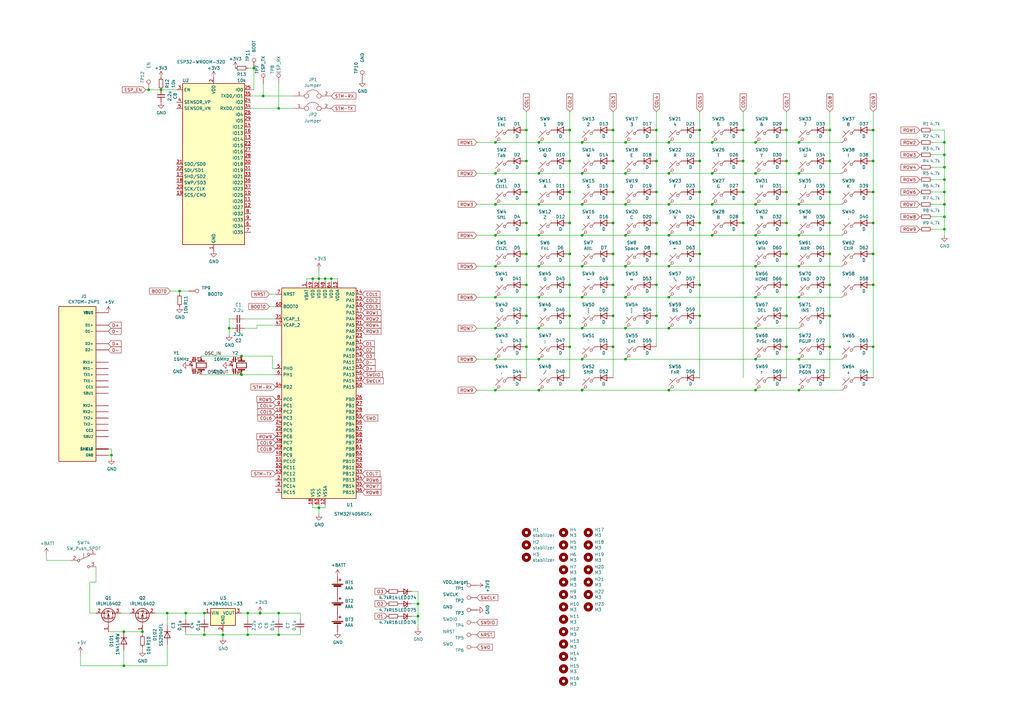
<source format=kicad_sch>
(kicad_sch (version 20211123) (generator eeschema)
  (paper "A3")
  (junction (at 93.98 134.62))
  (junction (at 91.44 260.35))
  (junction (at 220.98 134.62))
  (junction (at 238.76 109.22))
  (junction (at 322.58 66.04))
  (junction (at 322.58 78.74))
  (junction (at 292.1 58.42))
  (junction (at 130.81 208.28))
  (junction (at 304.8 78.74))
  (junction (at 387.35 83.82))
  (junction (at 287.02 53.34))
  (junction (at 68.58 251.46))
  (junction (at 309.88 160.02))
  (junction (at 322.58 104.14))
  (junction (at 327.66 71.12))
  (junction (at 73.66 119.38))
  (junction (at 287.02 104.14))
  (junction (at 171.45 247.65))
  (junction (at 220.98 83.82))
  (junction (at 251.46 78.74))
  (junction (at 358.14 53.34))
  (junction (at 107.95 39.37))
  (junction (at 238.76 58.42))
  (junction (at 309.88 147.32))
  (junction (at 256.54 83.82))
  (junction (at 101.6 251.46))
  (junction (at 238.76 96.52))
  (junction (at 114.3 260.35))
  (junction (at 269.24 116.84))
  (junction (at 203.2 134.62))
  (junction (at 66.04 36.83))
  (junction (at 215.9 129.54))
  (junction (at 274.32 96.52))
  (junction (at 203.2 83.82))
  (junction (at 387.35 78.74))
  (junction (at 309.88 134.62))
  (junction (at 274.32 134.62))
  (junction (at 269.24 53.34))
  (junction (at 387.35 88.9))
  (junction (at 45.72 186.69))
  (junction (at 256.54 109.22))
  (junction (at 233.68 66.04))
  (junction (at 256.54 71.12))
  (junction (at 215.9 116.84))
  (junction (at 269.24 78.74))
  (junction (at 309.88 58.42))
  (junction (at 340.36 66.04))
  (junction (at 251.46 91.44))
  (junction (at 215.9 78.74))
  (junction (at 251.46 129.54))
  (junction (at 203.2 96.52))
  (junction (at 58.42 259.08))
  (junction (at 60.96 36.83))
  (junction (at 106.68 251.46))
  (junction (at 340.36 104.14))
  (junction (at 358.14 104.14))
  (junction (at 233.68 53.34))
  (junction (at 304.8 91.44))
  (junction (at 309.88 96.52))
  (junction (at 292.1 83.82))
  (junction (at 322.58 116.84))
  (junction (at 50.8 273.05))
  (junction (at 101.6 260.35))
  (junction (at 287.02 91.44))
  (junction (at 269.24 91.44))
  (junction (at 274.32 109.22))
  (junction (at 133.35 114.3))
  (junction (at 309.88 109.22))
  (junction (at 76.2 251.46))
  (junction (at 292.1 71.12))
  (junction (at 340.36 53.34))
  (junction (at 387.35 58.42))
  (junction (at 387.35 68.58))
  (junction (at 251.46 142.24))
  (junction (at 309.88 121.92))
  (junction (at 387.35 63.5))
  (junction (at 327.66 96.52))
  (junction (at 256.54 58.42))
  (junction (at 327.66 147.32))
  (junction (at 220.98 71.12))
  (junction (at 215.9 91.44))
  (junction (at 130.81 114.3))
  (junction (at 233.68 116.84))
  (junction (at 233.68 78.74))
  (junction (at 251.46 66.04))
  (junction (at 287.02 116.84))
  (junction (at 238.76 83.82))
  (junction (at 215.9 53.34))
  (junction (at 327.66 109.22))
  (junction (at 304.8 66.04))
  (junction (at 251.46 53.34))
  (junction (at 322.58 129.54))
  (junction (at 171.45 252.73))
  (junction (at 220.98 160.02))
  (junction (at 274.32 160.02))
  (junction (at 203.2 160.02))
  (junction (at 309.88 71.12))
  (junction (at 203.2 109.22))
  (junction (at 220.98 147.32))
  (junction (at 309.88 83.82))
  (junction (at 215.9 142.24))
  (junction (at 387.35 73.66))
  (junction (at 203.2 71.12))
  (junction (at 322.58 53.34))
  (junction (at 215.9 66.04))
  (junction (at 256.54 96.52))
  (junction (at 256.54 147.32))
  (junction (at 358.14 78.74))
  (junction (at 327.66 121.92))
  (junction (at 203.2 58.42))
  (junction (at 274.32 71.12))
  (junction (at 203.2 121.92))
  (junction (at 358.14 66.04))
  (junction (at 322.58 142.24))
  (junction (at 233.68 91.44))
  (junction (at 114.3 44.45))
  (junction (at 233.68 129.54))
  (junction (at 256.54 121.92))
  (junction (at 274.32 83.82))
  (junction (at 269.24 129.54))
  (junction (at 251.46 116.84))
  (junction (at 287.02 129.54))
  (junction (at 358.14 142.24))
  (junction (at 83.82 251.46))
  (junction (at 114.3 251.46))
  (junction (at 340.36 116.84))
  (junction (at 99.06 146.05))
  (junction (at 274.32 121.92))
  (junction (at 135.89 114.3))
  (junction (at 340.36 78.74))
  (junction (at 50.8 259.08))
  (junction (at 128.27 114.3))
  (junction (at 233.68 104.14))
  (junction (at 220.98 109.22))
  (junction (at 256.54 134.62))
  (junction (at 269.24 66.04))
  (junction (at 358.14 116.84))
  (junction (at 238.76 147.32))
  (junction (at 104.14 27.94))
  (junction (at 238.76 134.62))
  (junction (at 251.46 104.14))
  (junction (at 340.36 142.24))
  (junction (at 215.9 104.14))
  (junction (at 220.98 96.52))
  (junction (at 203.2 147.32))
  (junction (at 327.66 58.42))
  (junction (at 238.76 71.12))
  (junction (at 327.66 160.02))
  (junction (at 83.82 260.35))
  (junction (at 340.36 129.54))
  (junction (at 274.32 58.42))
  (junction (at 327.66 83.82))
  (junction (at 358.14 91.44))
  (junction (at 220.98 58.42))
  (junction (at 99.06 153.67))
  (junction (at 220.98 121.92))
  (junction (at 287.02 66.04))
  (junction (at 233.68 142.24))
  (junction (at 322.58 91.44))
  (junction (at 269.24 104.14))
  (junction (at 340.36 91.44))
  (junction (at 292.1 96.52))
  (junction (at 238.76 160.02))
  (junction (at 387.35 93.98))
  (junction (at 287.02 78.74))
  (junction (at 304.8 53.34))
  (junction (at 238.76 121.92))
  (wire (pts (xy 95.25 134.62) (xy 93.98 134.62)))
  (wire (pts (xy 251.46 78.74) (xy 251.46 91.44)))
  (wire (pts (xy 387.35 83.82) (xy 387.35 88.9)))
  (wire (pts (xy 114.3 259.08) (xy 114.3 260.35)))
  (wire (pts (xy 114.3 251.46) (xy 114.3 254)))
  (wire (pts (xy 105.41 134.62) (xy 100.33 134.62)))
  (wire (pts (xy 195.58 160.02) (xy 203.2 160.02)))
  (wire (pts (xy 382.27 63.5) (xy 387.35 63.5)))
  (wire (pts (xy 82.55 146.05) (xy 99.06 146.05)))
  (wire (pts (xy 171.45 242.57) (xy 171.45 247.65)))
  (wire (pts (xy 238.76 58.42) (xy 256.54 58.42)))
  (wire (pts (xy 358.14 53.34) (xy 358.14 66.04)))
  (wire (pts (xy 101.6 27.94) (xy 104.14 27.94)))
  (wire (pts (xy 287.02 45.72) (xy 287.02 53.34)))
  (wire (pts (xy 128.27 114.3) (xy 125.73 114.3)))
  (wire (pts (xy 287.02 104.14) (xy 287.02 116.84)))
  (wire (pts (xy 91.44 260.35) (xy 91.44 261.62)))
  (wire (pts (xy 322.58 104.14) (xy 322.58 116.84)))
  (wire (pts (xy 130.81 114.3) (xy 133.35 114.3)))
  (wire (pts (xy 309.88 58.42) (xy 327.66 58.42)))
  (wire (pts (xy 287.02 66.04) (xy 287.02 78.74)))
  (wire (pts (xy 171.45 252.73) (xy 171.45 257.81)))
  (wire (pts (xy 327.66 71.12) (xy 345.44 71.12)))
  (wire (pts (xy 309.88 71.12) (xy 327.66 71.12)))
  (wire (pts (xy 44.45 259.08) (xy 50.8 259.08)))
  (wire (pts (xy 215.9 45.72) (xy 215.9 53.34)))
  (wire (pts (xy 107.95 39.37) (xy 120.65 39.37)))
  (wire (pts (xy 68.58 251.46) (xy 68.58 256.54)))
  (wire (pts (xy 340.36 91.44) (xy 340.36 104.14)))
  (wire (pts (xy 91.44 260.35) (xy 101.6 260.35)))
  (wire (pts (xy 171.45 247.65) (xy 171.45 252.73)))
  (wire (pts (xy 220.98 147.32) (xy 238.76 147.32)))
  (wire (pts (xy 256.54 58.42) (xy 274.32 58.42)))
  (wire (pts (xy 238.76 147.32) (xy 256.54 147.32)))
  (wire (pts (xy 50.8 266.7) (xy 50.8 273.05)))
  (wire (pts (xy 322.58 129.54) (xy 322.58 142.24)))
  (wire (pts (xy 111.76 151.13) (xy 111.76 146.05)))
  (wire (pts (xy 195.58 134.62) (xy 203.2 134.62)))
  (wire (pts (xy 93.98 134.62) (xy 93.98 137.16)))
  (wire (pts (xy 387.35 58.42) (xy 387.35 63.5)))
  (wire (pts (xy 340.36 78.74) (xy 340.36 91.44)))
  (wire (pts (xy 203.2 147.32) (xy 220.98 147.32)))
  (wire (pts (xy 256.54 109.22) (xy 274.32 109.22)))
  (wire (pts (xy 58.42 259.08) (xy 58.42 260.35)))
  (wire (pts (xy 251.46 45.72) (xy 251.46 53.34)))
  (wire (pts (xy 304.8 53.34) (xy 304.8 66.04)))
  (wire (pts (xy 292.1 71.12) (xy 309.88 71.12)))
  (wire (pts (xy 107.95 34.29) (xy 107.95 39.37)))
  (wire (pts (xy 387.35 73.66) (xy 387.35 78.74)))
  (wire (pts (xy 195.58 109.22) (xy 203.2 109.22)))
  (wire (pts (xy 102.87 36.83) (xy 104.14 36.83)))
  (wire (pts (xy 125.73 114.3) (xy 125.73 115.57)))
  (wire (pts (xy 99.06 153.67) (xy 113.03 153.67)))
  (wire (pts (xy 82.55 153.67) (xy 99.06 153.67)))
  (wire (pts (xy 358.14 78.74) (xy 358.14 91.44)))
  (wire (pts (xy 274.32 160.02) (xy 309.88 160.02)))
  (wire (pts (xy 76.2 251.46) (xy 83.82 251.46)))
  (wire (pts (xy 287.02 116.84) (xy 287.02 129.54)))
  (wire (pts (xy 215.9 129.54) (xy 215.9 142.24)))
  (wire (pts (xy 76.2 254) (xy 76.2 251.46)))
  (wire (pts (xy 233.68 142.24) (xy 233.68 154.94)))
  (wire (pts (xy 130.81 208.28) (xy 130.81 210.82)))
  (wire (pts (xy 387.35 93.98) (xy 387.35 96.52)))
  (wire (pts (xy 309.88 96.52) (xy 327.66 96.52)))
  (wire (pts (xy 114.3 260.35) (xy 101.6 260.35)))
  (wire (pts (xy 66.04 36.83) (xy 72.39 36.83)))
  (wire (pts (xy 220.98 96.52) (xy 238.76 96.52)))
  (wire (pts (xy 128.27 115.57) (xy 128.27 114.3)))
  (wire (pts (xy 322.58 78.74) (xy 322.58 91.44)))
  (wire (pts (xy 233.68 91.44) (xy 233.68 104.14)))
  (wire (pts (xy 203.2 109.22) (xy 220.98 109.22)))
  (wire (pts (xy 105.41 133.35) (xy 105.41 134.62)))
  (wire (pts (xy 203.2 83.82) (xy 195.58 83.82)))
  (wire (pts (xy 322.58 91.44) (xy 322.58 104.14)))
  (wire (pts (xy 233.68 45.72) (xy 233.68 53.34)))
  (wire (pts (xy 340.36 104.14) (xy 340.36 116.84)))
  (wire (pts (xy 19.05 227.33) (xy 19.05 229.87)))
  (wire (pts (xy 220.98 109.22) (xy 238.76 109.22)))
  (wire (pts (xy 340.36 53.34) (xy 340.36 66.04)))
  (wire (pts (xy 203.2 134.62) (xy 220.98 134.62)))
  (wire (pts (xy 274.32 134.62) (xy 309.88 134.62)))
  (wire (pts (xy 327.66 96.52) (xy 345.44 96.52)))
  (wire (pts (xy 327.66 58.42) (xy 345.44 58.42)))
  (wire (pts (xy 269.24 78.74) (xy 269.24 91.44)))
  (wire (pts (xy 168.91 252.73) (xy 171.45 252.73)))
  (wire (pts (xy 358.14 142.24) (xy 358.14 154.94)))
  (wire (pts (xy 120.65 44.45) (xy 114.3 44.45)))
  (wire (pts (xy 238.76 121.92) (xy 256.54 121.92)))
  (wire (pts (xy 63.5 251.46) (xy 68.58 251.46)))
  (wire (pts (xy 269.24 129.54) (xy 269.24 142.24)))
  (wire (pts (xy 203.2 96.52) (xy 195.58 96.52)))
  (wire (pts (xy 274.32 96.52) (xy 292.1 96.52)))
  (wire (pts (xy 101.6 251.46) (xy 101.6 254)))
  (wire (pts (xy 287.02 129.54) (xy 287.02 154.94)))
  (wire (pts (xy 215.9 91.44) (xy 215.9 104.14)))
  (wire (pts (xy 114.3 44.45) (xy 102.87 44.45)))
  (wire (pts (xy 251.46 91.44) (xy 251.46 104.14)))
  (wire (pts (xy 256.54 121.92) (xy 274.32 121.92)))
  (wire (pts (xy 60.96 36.83) (xy 66.04 36.83)))
  (wire (pts (xy 128.27 208.28) (xy 130.81 208.28)))
  (wire (pts (xy 327.66 109.22) (xy 345.44 109.22)))
  (wire (pts (xy 327.66 160.02) (xy 345.44 160.02)))
  (wire (pts (xy 269.24 116.84) (xy 269.24 129.54)))
  (wire (pts (xy 292.1 58.42) (xy 309.88 58.42)))
  (wire (pts (xy 233.68 78.74) (xy 233.68 91.44)))
  (wire (pts (xy 215.9 78.74) (xy 215.9 91.44)))
  (wire (pts (xy 128.27 207.01) (xy 128.27 208.28)))
  (wire (pts (xy 215.9 116.84) (xy 215.9 129.54)))
  (wire (pts (xy 327.66 147.32) (xy 345.44 147.32)))
  (wire (pts (xy 50.8 259.08) (xy 58.42 259.08)))
  (wire (pts (xy 269.24 104.14) (xy 269.24 116.84)))
  (wire (pts (xy 220.98 160.02) (xy 238.76 160.02)))
  (wire (pts (xy 104.14 27.94) (xy 104.14 36.83)))
  (wire (pts (xy 387.35 53.34) (xy 387.35 58.42)))
  (wire (pts (xy 195.58 121.92) (xy 203.2 121.92)))
  (wire (pts (xy 203.2 71.12) (xy 195.58 71.12)))
  (wire (pts (xy 110.49 125.73) (xy 113.03 125.73)))
  (wire (pts (xy 69.85 119.38) (xy 73.66 119.38)))
  (wire (pts (xy 102.87 39.37) (xy 107.95 39.37)))
  (wire (pts (xy 358.14 91.44) (xy 358.14 104.14)))
  (wire (pts (xy 220.98 71.12) (xy 203.2 71.12)))
  (wire (pts (xy 322.58 66.04) (xy 322.58 78.74)))
  (wire (pts (xy 238.76 71.12) (xy 256.54 71.12)))
  (wire (pts (xy 274.32 83.82) (xy 292.1 83.82)))
  (wire (pts (xy 113.03 130.81) (xy 100.33 130.81)))
  (wire (pts (xy 358.14 104.14) (xy 358.14 116.84)))
  (wire (pts (xy 113.03 151.13) (xy 111.76 151.13)))
  (wire (pts (xy 39.37 238.76) (xy 36.83 238.76)))
  (wire (pts (xy 50.8 273.05) (xy 68.58 273.05)))
  (wire (pts (xy 340.36 66.04) (xy 340.36 78.74)))
  (wire (pts (xy 133.35 114.3) (xy 135.89 114.3)))
  (wire (pts (xy 340.36 142.24) (xy 340.36 154.94)))
  (wire (pts (xy 135.89 114.3) (xy 135.89 115.57)))
  (wire (pts (xy 256.54 96.52) (xy 274.32 96.52)))
  (wire (pts (xy 203.2 121.92) (xy 220.98 121.92)))
  (wire (pts (xy 269.24 53.34) (xy 269.24 66.04)))
  (wire (pts (xy 387.35 88.9) (xy 387.35 93.98)))
  (wire (pts (xy 123.19 251.46) (xy 123.19 254)))
  (wire (pts (xy 130.81 208.28) (xy 133.35 208.28)))
  (wire (pts (xy 45.72 184.15) (xy 45.72 186.69)))
  (wire (pts (xy 220.98 71.12) (xy 238.76 71.12)))
  (wire (pts (xy 322.58 45.72) (xy 322.58 53.34)))
  (wire (pts (xy 256.54 71.12) (xy 274.32 71.12)))
  (wire (pts (xy 76.2 259.08) (xy 76.2 260.35)))
  (wire (pts (xy 345.44 121.92) (xy 327.66 121.92)))
  (wire (pts (xy 113.03 133.35) (xy 105.41 133.35)))
  (wire (pts (xy 113.03 120.65) (xy 110.49 120.65)))
  (wire (pts (xy 358.14 116.84) (xy 358.14 142.24)))
  (wire (pts (xy 233.68 104.14) (xy 233.68 116.84)))
  (wire (pts (xy 340.36 45.72) (xy 340.36 53.34)))
  (wire (pts (xy 251.46 53.34) (xy 251.46 66.04)))
  (wire (pts (xy 309.88 134.62) (xy 327.66 134.62)))
  (wire (pts (xy 220.98 134.62) (xy 238.76 134.62)))
  (wire (pts (xy 114.3 34.29) (xy 114.3 44.45)))
  (wire (pts (xy 133.35 115.57) (xy 133.35 114.3)))
  (wire (pts (xy 68.58 273.05) (xy 68.58 264.16)))
  (wire (pts (xy 387.35 63.5) (xy 387.35 68.58)))
  (wire (pts (xy 251.46 142.24) (xy 251.46 154.94)))
  (wire (pts (xy 304.8 66.04) (xy 304.8 78.74)))
  (wire (pts (xy 233.68 53.34) (xy 233.68 66.04)))
  (wire (pts (xy 33.02 267.97) (xy 33.02 273.05)))
  (wire (pts (xy 220.98 96.52) (xy 203.2 96.52)))
  (wire (pts (xy 382.27 58.42) (xy 387.35 58.42)))
  (wire (pts (xy 274.32 109.22) (xy 309.88 109.22)))
  (wire (pts (xy 220.98 58.42) (xy 203.2 58.42)))
  (wire (pts (xy 130.81 207.01) (xy 130.81 208.28)))
  (wire (pts (xy 322.58 116.84) (xy 322.58 129.54)))
  (wire (pts (xy 73.66 119.38) (xy 77.47 119.38)))
  (wire (pts (xy 322.58 53.34) (xy 322.58 66.04)))
  (wire (pts (xy 309.88 121.92) (xy 327.66 121.92)))
  (wire (pts (xy 83.82 251.46) (xy 83.82 254)))
  (wire (pts (xy 106.68 251.46) (xy 114.3 251.46)))
  (wire (pts (xy 274.32 121.92) (xy 309.88 121.92)))
  (wire (pts (xy 304.8 45.72) (xy 304.8 53.34)))
  (wire (pts (xy 238.76 134.62) (xy 256.54 134.62)))
  (wire (pts (xy 83.82 260.35) (xy 91.44 260.35)))
  (wire (pts (xy 215.9 53.34) (xy 215.9 66.04)))
  (wire (pts (xy 382.27 93.98) (xy 387.35 93.98)))
  (wire (pts (xy 99.06 146.05) (xy 111.76 146.05)))
  (wire (pts (xy 130.81 115.57) (xy 130.81 114.3)))
  (wire (pts (xy 274.32 71.12) (xy 292.1 71.12)))
  (wire (pts (xy 233.68 116.84) (xy 233.68 129.54)))
  (wire (pts (xy 340.36 129.54) (xy 340.36 142.24)))
  (wire (pts (xy 59.69 36.83) (xy 60.96 36.83)))
  (wire (pts (xy 215.9 104.14) (xy 215.9 116.84)))
  (wire (pts (xy 256.54 134.62) (xy 274.32 134.62)))
  (wire (pts (xy 19.05 229.87) (xy 29.21 229.87)))
  (wire (pts (xy 101.6 260.35) (xy 101.6 259.08)))
  (wire (pts (xy 256.54 83.82) (xy 274.32 83.82)))
  (wire (pts (xy 39.37 232.41) (xy 39.37 238.76)))
  (wire (pts (xy 123.19 260.35) (xy 114.3 260.35)))
  (wire (pts (xy 114.3 251.46) (xy 123.19 251.46)))
  (wire (pts (xy 309.88 109.22) (xy 327.66 109.22)))
  (wire (pts (xy 382.27 88.9) (xy 387.35 88.9)))
  (wire (pts (xy 93.98 130.81) (xy 93.98 134.62)))
  (wire (pts (xy 83.82 259.08) (xy 83.82 260.35)))
  (wire (pts (xy 340.36 116.84) (xy 340.36 129.54)))
  (wire (pts (xy 269.24 66.04) (xy 269.24 78.74)))
  (wire (pts (xy 358.14 66.04) (xy 358.14 78.74)))
  (wire (pts (xy 238.76 83.82) (xy 256.54 83.82)))
  (wire (pts (xy 45.72 186.69) (xy 45.72 187.96)))
  (wire (pts (xy 123.19 259.08) (xy 123.19 260.35)))
  (wire (pts (xy 256.54 147.32) (xy 309.88 147.32)))
  (wire (pts (xy 44.45 184.15) (xy 45.72 184.15)))
  (wire (pts (xy 309.88 83.82) (xy 327.66 83.82)))
  (wire (pts (xy 322.58 142.24) (xy 322.58 154.94)))
  (wire (pts (xy 387.35 78.74) (xy 387.35 83.82)))
  (wire (pts (xy 251.46 129.54) (xy 251.46 142.24)))
  (wire (pts (xy 220.98 121.92) (xy 238.76 121.92)))
  (wire (pts (xy 220.98 83.82) (xy 238.76 83.82)))
  (wire (pts (xy 215.9 66.04) (xy 215.9 78.74)))
  (wire (pts (xy 382.27 73.66) (xy 387.35 73.66)))
  (wire (pts (xy 130.81 110.49) (xy 130.81 114.3)))
  (wire (pts (xy 95.25 130.81) (xy 93.98 130.81)))
  (wire (pts (xy 251.46 116.84) (xy 251.46 129.54)))
  (wire (pts (xy 133.35 208.28) (xy 133.35 207.01)))
  (wire (pts (xy 358.14 45.72) (xy 358.14 53.34)))
  (wire (pts (xy 309.88 160.02) (xy 327.66 160.02)))
  (wire (pts (xy 135.89 114.3) (xy 138.43 114.3)))
  (wire (pts (xy 36.83 238.76) (xy 36.83 251.46)))
  (wire (pts (xy 203.2 160.02) (xy 220.98 160.02)))
  (wire (pts (xy 76.2 260.35) (xy 83.82 260.35)))
  (wire (pts (xy 58.42 265.43) (xy 58.42 266.7)))
  (wire (pts (xy 269.24 45.72) (xy 269.24 53.34)))
  (wire (pts (xy 220.98 58.42) (xy 238.76 58.42)))
  (wire (pts (xy 138.43 114.3) (xy 138.43 115.57)))
  (wire (pts (xy 304.8 78.74) (xy 304.8 91.44)))
  (wire (pts (xy 292.1 96.52) (xy 309.88 96.52)))
  (wire (pts (xy 36.83 251.46) (xy 39.37 251.46)))
  (wire (pts (xy 215.9 142.24) (xy 215.9 154.94)))
  (wire (pts (xy 382.27 78.74) (xy 387.35 78.74)))
  (wire (pts (xy 238.76 160.02) (xy 274.32 160.02)))
  (wire (pts (xy 33.02 273.05) (xy 50.8 273.05)))
  (wire (pts (xy 203.2 58.42) (xy 195.58 58.42)))
  (wire (pts (xy 99.06 251.46) (xy 101.6 251.46)))
  (wire (pts (xy 292.1 83.82) (xy 309.88 83.82)))
  (wire (pts (xy 233.68 66.04) (xy 233.68 78.74)))
  (wire (pts (xy 73.66 120.65) (xy 73.66 119.38)))
  (wire (pts (xy 168.91 247.65) (xy 171.45 247.65)))
  (wire (pts (xy 238.76 96.52) (xy 256.54 96.52)))
  (wire (pts (xy 168.91 242.57) (xy 171.45 242.57)))
  (wire (pts (xy 76.2 251.46) (xy 68.58 251.46)))
  (wire (pts (xy 327.66 147.32) (xy 309.88 147.32)))
  (wire (pts (xy 287.02 78.74) (xy 287.02 91.44)))
  (wire (pts (xy 382.27 83.82) (xy 387.35 83.82)))
  (wire (pts (xy 233.68 129.54) (xy 233.68 142.24)))
  (wire (pts (xy 382.27 53.34) (xy 387.35 53.34)))
  (wire (pts (xy 274.32 58.42) (xy 292.1 58.42)))
  (wire (pts (xy 220.98 83.82) (xy 203.2 83.82)))
  (wire (pts (xy 304.8 91.44) (xy 304.8 154.94)))
  (wire (pts (xy 101.6 251.46) (xy 106.68 251.46)))
  (wire (pts (xy 44.45 186.69) (xy 45.72 186.69)))
  (wire (pts (xy 128.27 114.3) (xy 130.81 114.3)))
  (wire (pts (xy 269.24 91.44) (xy 269.24 104.14)))
  (wire (pts (xy 251.46 66.04) (xy 251.46 78.74)))
  (wire (pts (xy 387.35 68.58) (xy 387.35 73.66)))
  (wire (pts (xy 238.76 109.22) (xy 256.54 109.22)))
  (wire (pts (xy 382.27 68.58) (xy 387.35 68.58)))
  (wire (pts (xy 287.02 53.34) (xy 287.02 66.04)))
  (wire (pts (xy 287.02 91.44) (xy 287.02 104.14)))
  (wire (pts (xy 91.44 259.08) (xy 91.44 260.35)))
  (wire (pts (xy 327.66 83.82) (xy 345.44 83.82)))
  (wire (pts (xy 251.46 104.14) (xy 251.46 116.84)))
  (wire (pts (xy 195.58 147.32) (xy 203.2 147.32)))
  (wire (pts (xy 49.53 251.46) (xy 53.34 251.46)))
  (label "OSC_IN" (at 83.82 146.05 0))
  (label "OSC_OUT" (at 85.09 153.67 0))
  (global_label "ROW8" (shape input) (at 377.19 88.9 180) (property "Intersheet References" "${INTERSHEET_REFS}" (effects hide)))
  (global_label "D+" (shape input) (at 44.45 133.35 0) (property "Intersheet References" "${INTERSHEET_REFS}" (effects hide)))
  (global_label "COL4" (shape input) (at 113.03 166.37 180) (property "Intersheet References" "${INTERSHEET_REFS}" (effects hide)))
  (global_label "SWCLK" (shape input) (at 195.58 245.11 0) (property "Intersheet References" "${INTERSHEET_REFS}" (effects hide)))
  (global_label "COL3" (shape input) (at 148.59 125.73 0) (property "Intersheet References" "${INTERSHEET_REFS}" (effects hide)))
  (global_label "O2" (shape input) (at 148.59 143.51 0) (property "Intersheet References" "${INTERSHEET_REFS}" (effects hide)))
  (global_label "COL9" (shape input) (at 358.14 45.72 90) (property "Intersheet References" "${INTERSHEET_REFS}" (effects hide)))
  (global_label "BOOT0" (shape input) (at 110.49 125.73 180) (property "Intersheet References" "${INTERSHEET_REFS}" (effects hide)))
  (global_label "ROW3" (shape input) (at 195.58 83.82 180) (property "Intersheet References" "${INTERSHEET_REFS}" (effects hide)))
  (global_label "ROW1" (shape input) (at 148.59 128.27 0) (property "Intersheet References" "${INTERSHEET_REFS}" (effects hide)))
  (global_label "O1" (shape input) (at 158.75 252.73 180) (property "Intersheet References" "${INTERSHEET_REFS}" (effects hide)))
  (global_label "ROW8" (shape input) (at 195.58 147.32 180) (property "Intersheet References" "${INTERSHEET_REFS}" (effects hide)))
  (global_label "ESP_EN" (shape input) (at 59.69 36.83 180) (property "Intersheet References" "${INTERSHEET_REFS}" (effects hide)))
  (global_label "ROW4" (shape input) (at 148.59 133.35 0) (property "Intersheet References" "${INTERSHEET_REFS}" (effects hide)))
  (global_label "SWO" (shape input) (at 148.59 171.45 0) (property "Intersheet References" "${INTERSHEET_REFS}" (effects hide)))
  (global_label "SWDIO" (shape input) (at 148.59 153.67 0) (property "Intersheet References" "${INTERSHEET_REFS}" (effects hide)))
  (global_label "COL1" (shape input) (at 148.59 120.65 0) (property "Intersheet References" "${INTERSHEET_REFS}" (effects hide)))
  (global_label "O1" (shape input) (at 148.59 140.97 0) (property "Intersheet References" "${INTERSHEET_REFS}" (effects hide)))
  (global_label "COL9" (shape input) (at 113.03 181.61 180) (property "Intersheet References" "${INTERSHEET_REFS}" (effects hide)))
  (global_label "ROW5" (shape input) (at 195.58 109.22 180) (property "Intersheet References" "${INTERSHEET_REFS}" (effects hide)))
  (global_label "ROW7" (shape input) (at 195.58 134.62 180) (property "Intersheet References" "${INTERSHEET_REFS}" (effects hide)))
  (global_label "ROW2" (shape input) (at 195.58 71.12 180) (property "Intersheet References" "${INTERSHEET_REFS}" (effects hide)))
  (global_label "ROW3" (shape input) (at 148.59 135.89 0) (property "Intersheet References" "${INTERSHEET_REFS}" (effects hide)))
  (global_label "O3" (shape input) (at 148.59 146.05 0) (property "Intersheet References" "${INTERSHEET_REFS}" (effects hide)))
  (global_label "ROW6" (shape input) (at 148.59 196.85 0) (property "Intersheet References" "${INTERSHEET_REFS}" (effects hide)))
  (global_label "COL6" (shape input) (at 304.8 45.72 90) (property "Intersheet References" "${INTERSHEET_REFS}" (effects hide)))
  (global_label "ROW1" (shape input) (at 195.58 58.42 180) (property "Intersheet References" "${INTERSHEET_REFS}" (effects hide)))
  (global_label "D-" (shape input) (at 44.45 143.51 0) (property "Intersheet References" "${INTERSHEET_REFS}" (effects hide)))
  (global_label "D-" (shape input) (at 44.45 135.89 0) (property "Intersheet References" "${INTERSHEET_REFS}" (effects hide)))
  (global_label "COL5" (shape input) (at 113.03 168.91 180) (property "Intersheet References" "${INTERSHEET_REFS}" (effects hide)))
  (global_label "D-" (shape input) (at 148.59 148.59 0) (property "Intersheet References" "${INTERSHEET_REFS}" (effects hide)))
  (global_label "SWCLK" (shape input) (at 148.59 156.21 0) (property "Intersheet References" "${INTERSHEET_REFS}" (effects hide)))
  (global_label "D+" (shape input) (at 148.59 151.13 0) (property "Intersheet References" "${INTERSHEET_REFS}" (effects hide)))
  (global_label "BOOT0" (shape input) (at 69.85 119.38 180) (property "Intersheet References" "${INTERSHEET_REFS}" (effects hide)))
  (global_label "D+" (shape input) (at 44.45 140.97 0) (property "Intersheet References" "${INTERSHEET_REFS}" (effects hide)))
  (global_label "ROW6" (shape input) (at 377.19 78.74 180) (property "Intersheet References" "${INTERSHEET_REFS}" (effects hide)))
  (global_label "ROW4" (shape input) (at 195.58 96.52 180) (property "Intersheet References" "${INTERSHEET_REFS}" (effects hide)))
  (global_label "ROW4" (shape input) (at 377.19 68.58 180) (property "Intersheet References" "${INTERSHEET_REFS}" (effects hide)))
  (global_label "COL8" (shape input) (at 113.03 184.15 180) (property "Intersheet References" "${INTERSHEET_REFS}" (effects hide)))
  (global_label "NRST" (shape input) (at 110.49 120.65 180) (property "Intersheet References" "${INTERSHEET_REFS}" (effects hide)))
  (global_label "COL6" (shape input) (at 113.03 171.45 180) (property "Intersheet References" "${INTERSHEET_REFS}" (effects hide)))
  (global_label "O3" (shape input) (at 158.75 242.57 180) (property "Intersheet References" "${INTERSHEET_REFS}" (effects hide)))
  (global_label "ROW7" (shape input) (at 148.59 199.39 0) (property "Intersheet References" "${INTERSHEET_REFS}" (effects hide)))
  (global_label "COL2" (shape input) (at 233.68 45.72 90) (property "Intersheet References" "${INTERSHEET_REFS}" (effects hide)))
  (global_label "STM-RX" (shape input) (at 135.89 39.37 0) (property "Intersheet References" "${INTERSHEET_REFS}" (effects hide)))
  (global_label "ROW1" (shape input) (at 377.19 53.34 180) (property "Intersheet References" "${INTERSHEET_REFS}" (effects hide)))
  (global_label "COL3" (shape input) (at 251.46 45.72 90) (property "Intersheet References" "${INTERSHEET_REFS}" (effects hide)))
  (global_label "ROW9" (shape input) (at 377.19 93.98 180) (property "Intersheet References" "${INTERSHEET_REFS}" (effects hide)))
  (global_label "COL7" (shape input) (at 322.58 45.72 90) (property "Intersheet References" "${INTERSHEET_REFS}" (effects hide)))
  (global_label "COL7" (shape input) (at 148.59 194.31 0) (property "Intersheet References" "${INTERSHEET_REFS}" (effects hide)))
  (global_label "SWDIO" (shape input) (at 195.58 255.27 0) (property "Intersheet References" "${INTERSHEET_REFS}" (effects hide)))
  (global_label "ROW7" (shape input) (at 377.19 83.82 180) (property "Intersheet References" "${INTERSHEET_REFS}" (effects hide)))
  (global_label "O2" (shape input) (at 158.75 247.65 180) (property "Intersheet References" "${INTERSHEET_REFS}" (effects hide)))
  (global_label "COL2" (shape input) (at 148.59 123.19 0) (property "Intersheet References" "${INTERSHEET_REFS}" (effects hide)))
  (global_label "STM-TX" (shape input) (at 113.03 194.31 180) (property "Intersheet References" "${INTERSHEET_REFS}" (effects hide)))
  (global_label "ROW9" (shape input) (at 113.03 179.07 180) (property "Intersheet References" "${INTERSHEET_REFS}" (effects hide)))
  (global_label "SWO" (shape input) (at 195.58 265.43 0) (property "Intersheet References" "${INTERSHEET_REFS}" (effects hide)))
  (global_label "ROW8" (shape input) (at 148.59 201.93 0) (property "Intersheet References" "${INTERSHEET_REFS}" (effects hide)))
  (global_label "ROW2" (shape input) (at 377.19 58.42 180) (property "Intersheet References" "${INTERSHEET_REFS}" (effects hide)))
  (global_label "COL1" (shape input) (at 215.9 45.72 90) (property "Intersheet References" "${INTERSHEET_REFS}" (effects hide)))
  (global_label "ROW9" (shape input) (at 195.58 160.02 180) (property "Intersheet References" "${INTERSHEET_REFS}" (effects hide)))
  (global_label "ROW2" (shape input) (at 148.59 130.81 0) (property "Intersheet References" "${INTERSHEET_REFS}" (effects hide)))
  (global_label "STM-RX" (shape input) (at 113.03 158.75 180) (property "Intersheet References" "${INTERSHEET_REFS}" (effects hide)))
  (global_label "COL5" (shape input) (at 287.02 45.72 90) (property "Intersheet References" "${INTERSHEET_REFS}" (effects hide)))
  (global_label "ROW6" (shape input) (at 195.58 121.92 180) (property "Intersheet References" "${INTERSHEET_REFS}" (effects hide)))
  (global_label "ROW5" (shape input) (at 377.19 73.66 180) (property "Intersheet References" "${INTERSHEET_REFS}" (effects hide)))
  (global_label "ROW5" (shape input) (at 113.03 163.83 180) (property "Intersheet References" "${INTERSHEET_REFS}" (effects hide)))
  (global_label "ROW3" (shape input) (at 377.19 63.5 180) (property "Intersheet References" "${INTERSHEET_REFS}" (effects hide)))
  (global_label "STM-TX" (shape input) (at 135.89 44.45 0) (property "Intersheet References" "${INTERSHEET_REFS}" (effects hide)))
  (global_label "NRST" (shape input) (at 195.58 260.35 0) (property "Intersheet References" "${INTERSHEET_REFS}" (effects hide)))
  (global_label "COL8" (shape input) (at 340.36 45.72 90) (property "Intersheet References" "${INTERSHEET_REFS}" (effects hide)))
  (global_label "COL4" (shape input) (at 269.24 45.72 90) (property "Intersheet References" "${INTERSHEET_REFS}" (effects hide)))
  (symbol (lib_id "Switch:SW_Push_45deg") (at 205.74 55.88 0) (mirror y) (unit 1)
    (property "Reference" "SW1" (at 205.74 48.7426 0))
    (property "Value" "Esc" (at 205.74 51.054 0))
    (property "Footprint" "keyswitches:Kailh_socket_MX_optional" (effects hide))
  )
  (symbol (lib_id "Device:D") (at 212.09 53.34 0) (unit 1)
    (property "Reference" "D1" (at 212.09 50.8 0))
    (property "Value" "D" (at 212.09 55.88 0))
    (property "Footprint" "Diode_SMD:D_SOD-123" (effects hide))
  )
  (symbol (lib_id "Switch:SW_Push_45deg") (at 223.52 55.88 0) (mirror y) (unit 1)
    (property "Reference" "SW9" (at 223.52 48.7426 0))
    (property "Value" "1" (at 223.52 51.054 0))
    (property "Footprint" "keyswitches:Kailh_socket_MX_optional" (effects hide))
  )
  (symbol (lib_id "Device:D") (at 229.87 53.34 0) (unit 1)
    (property "Reference" "D9" (at 229.87 50.8 0))
    (property "Value" "D" (at 229.87 55.88 0))
    (property "Footprint" "Diode_SMD:D_SOD-123" (effects hide))
  )
  (symbol (lib_id "Switch:SW_Push_45deg") (at 259.08 55.88 0) (mirror y) (unit 1)
    (property "Reference" "SW17" (at 259.08 48.7426 0))
    (property "Value" "3" (at 259.08 51.054 0))
    (property "Footprint" "keyswitches:Kailh_socket_MX_optional" (effects hide))
  )
  (symbol (lib_id "Device:D") (at 265.43 53.34 0) (unit 1)
    (property "Reference" "D17" (at 265.43 50.8 0))
    (property "Value" "D" (at 265.43 55.88 0))
    (property "Footprint" "Diode_SMD:D_SOD-123" (effects hide))
  )
  (symbol (lib_id "Switch:SW_Push_45deg") (at 294.64 55.88 0) (mirror y) (unit 1)
    (property "Reference" "SW25" (at 294.64 48.7426 0))
    (property "Value" "5" (at 294.64 51.054 0))
    (property "Footprint" "keyswitches:Kailh_socket_MX_optional" (effects hide))
  )
  (symbol (lib_id "Device:D") (at 300.99 53.34 0) (unit 1)
    (property "Reference" "D25" (at 300.99 50.8 0))
    (property "Value" "D" (at 300.99 55.88 0))
    (property "Footprint" "Diode_SMD:D_SOD-123" (effects hide))
  )
  (symbol (lib_id "Switch:SW_Push_45deg") (at 330.2 55.88 0) (mirror y) (unit 1)
    (property "Reference" "SW33" (at 330.2 48.7426 0))
    (property "Value" "7" (at 330.2 51.054 0))
    (property "Footprint" "keyswitches:Kailh_socket_MX_optional" (effects hide))
  )
  (symbol (lib_id "Device:D") (at 336.55 53.34 0) (unit 1)
    (property "Reference" "D33" (at 336.55 50.8 0))
    (property "Value" "D" (at 336.55 55.88 0))
    (property "Footprint" "Diode_SMD:D_SOD-123" (effects hide))
  )
  (symbol (lib_id "Switch:SW_Push_45deg") (at 205.74 119.38 0) (mirror y) (unit 1)
    (property "Reference" "SW41" (at 205.74 112.2426 0))
    (property "Value" "9" (at 205.74 114.554 0))
    (property "Footprint" "keyswitches:Kailh_socket_MX_optional" (effects hide))
  )
  (symbol (lib_id "Device:D") (at 212.09 116.84 0) (unit 1)
    (property "Reference" "D41" (at 212.09 114.3 0))
    (property "Value" "D" (at 212.09 119.38 0))
    (property "Footprint" "Diode_SMD:D_SOD-123" (effects hide))
  )
  (symbol (lib_id "Switch:SW_Push_45deg") (at 241.3 119.38 0) (mirror y) (unit 1)
    (property "Reference" "SW49" (at 241.3 112.2426 0))
    (property "Value" "-" (at 241.3 114.554 0))
    (property "Footprint" "keyswitches:Kailh_socket_MX_optional" (effects hide))
  )
  (symbol (lib_id "Device:D") (at 247.65 116.84 0) (unit 1)
    (property "Reference" "D49" (at 247.65 114.3 0))
    (property "Value" "D" (at 247.65 119.38 0))
    (property "Footprint" "Diode_SMD:D_SOD-123" (effects hide))
  )
  (symbol (lib_id "Switch:SW_Push_45deg") (at 276.86 119.38 0) (mirror y) (unit 1)
    (property "Reference" "SW57" (at 276.86 112.2426 0))
    (property "Value" "\\" (at 276.86 114.554 0))
    (property "Footprint" "keyswitches:Kailh_socket_MX_optional" (effects hide))
  )
  (symbol (lib_id "Device:D") (at 283.21 116.84 0) (unit 1)
    (property "Reference" "D57" (at 283.21 114.3 0))
    (property "Value" "D" (at 283.21 119.38 0))
    (property "Footprint" "Diode_SMD:D_SOD-123" (effects hide))
  )
  (symbol (lib_id "Switch:SW_Push_45deg") (at 312.42 119.38 0) (mirror y) (unit 1)
    (property "Reference" "SW66" (at 312.42 112.2426 0))
    (property "Value" "HOME" (at 312.42 114.554 0))
    (property "Footprint" "keyswitches:Kailh_socket_MX_optional" (effects hide))
  )
  (symbol (lib_id "Device:D") (at 318.77 116.84 0) (unit 1)
    (property "Reference" "D66" (at 318.77 114.3 0))
    (property "Value" "D" (at 318.77 119.38 0))
    (property "Footprint" "Diode_SMD:D_SOD-123" (effects hide))
  )
  (symbol (lib_id "Switch:SW_Push_45deg") (at 205.74 68.58 0) (mirror y) (unit 1)
    (property "Reference" "SW2" (at 205.74 61.4426 0))
    (property "Value" "Tab" (at 205.74 63.754 0))
    (property "Footprint" "keyswitches:Kailh_socket_MX_optional" (effects hide))
  )
  (symbol (lib_id "Device:D") (at 212.09 66.04 0) (unit 1)
    (property "Reference" "D2" (at 212.09 63.5 0))
    (property "Value" "D" (at 212.09 68.58 0))
    (property "Footprint" "Diode_SMD:D_SOD-123" (effects hide))
  )
  (symbol (lib_id "Switch:SW_Push_45deg") (at 223.52 68.58 0) (mirror y) (unit 1)
    (property "Reference" "SW10" (at 223.52 61.4426 0))
    (property "Value" "Q" (at 223.52 63.754 0))
    (property "Footprint" "keyswitches:Kailh_socket_MX_optional" (effects hide))
  )
  (symbol (lib_id "Device:D") (at 229.87 66.04 0) (unit 1)
    (property "Reference" "D10" (at 229.87 63.5 0))
    (property "Value" "D" (at 229.87 68.58 0))
    (property "Footprint" "Diode_SMD:D_SOD-123" (effects hide))
  )
  (symbol (lib_id "Switch:SW_Push_45deg") (at 259.08 68.58 0) (mirror y) (unit 1)
    (property "Reference" "SW18" (at 259.08 61.4426 0))
    (property "Value" "E" (at 259.08 63.754 0))
    (property "Footprint" "keyswitches:Kailh_socket_MX_optional" (effects hide))
  )
  (symbol (lib_id "Device:D") (at 265.43 66.04 0) (unit 1)
    (property "Reference" "D18" (at 265.43 63.5 0))
    (property "Value" "D" (at 265.43 68.58 0))
    (property "Footprint" "Diode_SMD:D_SOD-123" (effects hide))
  )
  (symbol (lib_id "Switch:SW_Push_45deg") (at 294.64 68.58 0) (mirror y) (unit 1)
    (property "Reference" "SW26" (at 294.64 61.4426 0))
    (property "Value" "T" (at 294.64 63.754 0))
    (property "Footprint" "keyswitches:Kailh_socket_MX_optional" (effects hide))
  )
  (symbol (lib_id "Device:D") (at 300.99 66.04 0) (unit 1)
    (property "Reference" "D26" (at 300.99 63.5 0))
    (property "Value" "D" (at 300.99 68.58 0))
    (property "Footprint" "Diode_SMD:D_SOD-123" (effects hide))
  )
  (symbol (lib_id "Switch:SW_Push_45deg") (at 330.2 68.58 0) (mirror y) (unit 1)
    (property "Reference" "SW34" (at 330.2 61.4426 0))
    (property "Value" "U" (at 330.2 63.754 0))
    (property "Footprint" "keyswitches:Kailh_socket_MX_optional" (effects hide))
  )
  (symbol (lib_id "Device:D") (at 336.55 66.04 0) (unit 1)
    (property "Reference" "D34" (at 336.55 63.5 0))
    (property "Value" "D" (at 336.55 68.58 0))
    (property "Footprint" "Diode_SMD:D_SOD-123" (effects hide))
  )
  (symbol (lib_id "Switch:SW_Push_45deg") (at 205.74 132.08 0) (mirror y) (unit 1)
    (property "Reference" "SW42" (at 205.74 124.9426 0))
    (property "Value" "O" (at 205.74 127.254 0))
    (property "Footprint" "keyswitches:Kailh_socket_MX_optional" (effects hide))
  )
  (symbol (lib_id "Device:D") (at 212.09 129.54 0) (unit 1)
    (property "Reference" "D42" (at 212.09 127 0))
    (property "Value" "D" (at 212.09 132.08 0))
    (property "Footprint" "Diode_SMD:D_SOD-123" (effects hide))
  )
  (symbol (lib_id "Switch:SW_Push_45deg") (at 241.3 132.08 0) (mirror y) (unit 1)
    (property "Reference" "SW50" (at 241.3 124.9426 0))
    (property "Value" "[" (at 241.3 127.254 0))
    (property "Footprint" "keyswitches:Kailh_socket_MX_optional" (effects hide))
  )
  (symbol (lib_id "Device:D") (at 247.65 129.54 0) (unit 1)
    (property "Reference" "D50" (at 247.65 127 0))
    (property "Value" "D" (at 247.65 132.08 0))
    (property "Footprint" "Diode_SMD:D_SOD-123" (effects hide))
  )
  (symbol (lib_id "Switch:SW_Push_45deg") (at 347.98 119.38 0) (mirror y) (unit 1)
    (property "Reference" "SW58" (at 347.98 112.2426 0))
    (property "Value" "`" (at 347.98 114.554 0))
    (property "Footprint" "keyswitches:Kailh_socket_MX_optional" (effects hide))
  )
  (symbol (lib_id "Device:D") (at 354.33 116.84 0) (unit 1)
    (property "Reference" "D58" (at 354.33 114.3 0))
    (property "Value" "D" (at 354.33 119.38 0))
    (property "Footprint" "Diode_SMD:D_SOD-123" (effects hide))
  )
  (symbol (lib_id "Switch:SW_Push_45deg") (at 312.42 132.08 0) (mirror y) (unit 1)
    (property "Reference" "SW67" (at 312.42 124.9426 0))
    (property "Value" "DEL" (at 312.42 127.254 0))
    (property "Footprint" "keyswitches:Kailh_socket_MX_optional" (effects hide))
  )
  (symbol (lib_id "Device:D") (at 318.77 129.54 0) (unit 1)
    (property "Reference" "D67" (at 318.77 127 0))
    (property "Value" "D" (at 318.77 132.08 0))
    (property "Footprint" "Diode_SMD:D_SOD-123" (effects hide))
  )
  (symbol (lib_id "Switch:SW_Push_45deg") (at 205.74 81.28 0) (mirror y) (unit 1)
    (property "Reference" "SW3" (at 205.74 74.1426 0))
    (property "Value" "Ctl1L" (at 205.74 76.454 0))
    (property "Footprint" "keyswitches:Kailh_socket_MX_optional" (effects hide))
  )
  (symbol (lib_id "Device:D") (at 212.09 78.74 0) (unit 1)
    (property "Reference" "D3" (at 212.09 76.2 0))
    (property "Value" "D" (at 212.09 81.28 0))
    (property "Footprint" "Diode_SMD:D_SOD-123" (effects hide))
  )
  (symbol (lib_id "Switch:SW_Push_45deg") (at 223.52 81.28 0) (mirror y) (unit 1)
    (property "Reference" "SW11" (at 223.52 74.1426 0))
    (property "Value" "A" (at 223.52 76.454 0))
    (property "Footprint" "keyswitches:Kailh_socket_MX_optional" (effects hide))
  )
  (symbol (lib_id "Device:D") (at 229.87 78.74 0) (unit 1)
    (property "Reference" "D11" (at 229.87 76.2 0))
    (property "Value" "D" (at 229.87 81.28 0))
    (property "Footprint" "Diode_SMD:D_SOD-123" (effects hide))
  )
  (symbol (lib_id "Switch:SW_Push_45deg") (at 259.08 81.28 0) (mirror y) (unit 1)
    (property "Reference" "SW19" (at 259.08 74.1426 0))
    (property "Value" "D" (at 259.08 76.454 0))
    (property "Footprint" "keyswitches:Kailh_socket_MX_optional" (effects hide))
  )
  (symbol (lib_id "Device:D") (at 265.43 78.74 0) (unit 1)
    (property "Reference" "D19" (at 265.43 76.2 0))
    (property "Value" "D" (at 265.43 81.28 0))
    (property "Footprint" "Diode_SMD:D_SOD-123" (effects hide))
  )
  (symbol (lib_id "Switch:SW_Push_45deg") (at 294.64 81.28 0) (mirror y) (unit 1)
    (property "Reference" "SW27" (at 294.64 74.1426 0))
    (property "Value" "G" (at 294.64 76.454 0))
    (property "Footprint" "keyswitches:Kailh_socket_MX_optional" (effects hide))
  )
  (symbol (lib_id "Device:D") (at 300.99 78.74 0) (unit 1)
    (property "Reference" "D27" (at 300.99 76.2 0))
    (property "Value" "D" (at 300.99 81.28 0))
    (property "Footprint" "Diode_SMD:D_SOD-123" (effects hide))
  )
  (symbol (lib_id "Switch:SW_Push_45deg") (at 330.2 81.28 0) (mirror y) (unit 1)
    (property "Reference" "SW35" (at 330.2 74.1426 0))
    (property "Value" "J" (at 330.2 76.454 0))
    (property "Footprint" "keyswitches:Kailh_socket_MX_optional" (effects hide))
  )
  (symbol (lib_id "Device:D") (at 336.55 78.74 0) (unit 1)
    (property "Reference" "D35" (at 336.55 76.2 0))
    (property "Value" "D" (at 336.55 81.28 0))
    (property "Footprint" "Diode_SMD:D_SOD-123" (effects hide))
  )
  (symbol (lib_id "Switch:SW_Push_45deg") (at 205.74 144.78 0) (mirror y) (unit 1)
    (property "Reference" "SW43" (at 205.74 137.6426 0))
    (property "Value" "L" (at 205.74 139.954 0))
    (property "Footprint" "keyswitches:Kailh_socket_MX_optional" (effects hide))
  )
  (symbol (lib_id "Device:D") (at 212.09 142.24 0) (unit 1)
    (property "Reference" "D43" (at 212.09 139.7 0))
    (property "Value" "D" (at 212.09 144.78 0))
    (property "Footprint" "Diode_SMD:D_SOD-123" (effects hide))
  )
  (symbol (lib_id "Switch:SW_Push_45deg") (at 241.3 144.78 0) (mirror y) (unit 1)
    (property "Reference" "SW51" (at 241.3 137.6426 0))
    (property "Value" "'" (at 241.3 139.954 0))
    (property "Footprint" "keyswitches:Kailh_socket_MX_optional" (effects hide))
  )
  (symbol (lib_id "Device:D") (at 247.65 142.24 0) (unit 1)
    (property "Reference" "D51" (at 247.65 139.7 0))
    (property "Value" "D" (at 247.65 144.78 0))
    (property "Footprint" "Diode_SMD:D_SOD-123" (effects hide))
  )
  (symbol (lib_id "Switch:SW_Push_45deg") (at 276.86 132.08 0) (mirror y) (unit 1)
    (property "Reference" "SW59" (at 276.86 124.9426 0))
    (property "Value" "BS" (at 276.86 127.254 0))
    (property "Footprint" "keyswitches:Kailh_socket_MX_optional" (effects hide))
  )
  (symbol (lib_id "Device:D") (at 283.21 129.54 0) (unit 1)
    (property "Reference" "D59" (at 283.21 127 0))
    (property "Value" "D" (at 283.21 132.08 0))
    (property "Footprint" "Diode_SMD:D_SOD-123" (effects hide))
  )
  (symbol (lib_id "Switch:SW_Push_45deg") (at 312.42 144.78 0) (mirror y) (unit 1)
    (property "Reference" "SW68" (at 312.42 137.6426 0))
    (property "Value" "PrSc" (at 312.42 139.954 0))
    (property "Footprint" "keyswitches:Kailh_socket_MX_optional" (effects hide))
  )
  (symbol (lib_id "Device:D") (at 318.77 142.24 0) (unit 1)
    (property "Reference" "D68" (at 318.77 139.7 0))
    (property "Value" "D" (at 318.77 144.78 0))
    (property "Footprint" "Diode_SMD:D_SOD-123" (effects hide))
  )
  (symbol (lib_id "Switch:SW_Push_45deg") (at 205.74 93.98 0) (mirror y) (unit 1)
    (property "Reference" "SW4" (at 205.74 86.8426 0))
    (property "Value" "SftL" (at 205.74 89.154 0))
    (property "Footprint" "keyswitches:Kailh_socket_MX_optional" (effects hide))
  )
  (symbol (lib_id "Device:D") (at 212.09 91.44 0) (unit 1)
    (property "Reference" "D4" (at 212.09 88.9 0))
    (property "Value" "D" (at 212.09 93.98 0))
    (property "Footprint" "Diode_SMD:D_SOD-123" (effects hide))
  )
  (symbol (lib_id "Switch:SW_Push_45deg") (at 223.52 93.98 0) (mirror y) (unit 1)
    (property "Reference" "SW12" (at 223.52 86.8426 0))
    (property "Value" "Z" (at 223.52 89.154 0))
    (property "Footprint" "keyswitches:Kailh_socket_MX_optional" (effects hide))
  )
  (symbol (lib_id "Device:D") (at 229.87 91.44 0) (unit 1)
    (property "Reference" "D12" (at 229.87 88.9 0))
    (property "Value" "D" (at 229.87 93.98 0))
    (property "Footprint" "Diode_SMD:D_SOD-123" (effects hide))
  )
  (symbol (lib_id "Switch:SW_Push_45deg") (at 259.08 93.98 0) (mirror y) (unit 1)
    (property "Reference" "SW20" (at 259.08 86.8426 0))
    (property "Value" "C" (at 259.08 89.154 0))
    (property "Footprint" "keyswitches:Kailh_socket_MX_optional" (effects hide))
  )
  (symbol (lib_id "Device:D") (at 265.43 91.44 0) (unit 1)
    (property "Reference" "D20" (at 265.43 88.9 0))
    (property "Value" "D" (at 265.43 93.98 0))
    (property "Footprint" "Diode_SMD:D_SOD-123" (effects hide))
  )
  (symbol (lib_id "Switch:SW_Push_45deg") (at 294.64 93.98 0) (mirror y) (unit 1)
    (property "Reference" "SW28" (at 294.64 86.8426 0))
    (property "Value" "B" (at 294.64 89.154 0))
    (property "Footprint" "keyswitches:Kailh_socket_MX_optional" (effects hide))
  )
  (symbol (lib_id "Device:D") (at 300.99 91.44 0) (unit 1)
    (property "Reference" "D28" (at 300.99 88.9 0))
    (property "Value" "D" (at 300.99 93.98 0))
    (property "Footprint" "Diode_SMD:D_SOD-123" (effects hide))
  )
  (symbol (lib_id "Switch:SW_Push_45deg") (at 330.2 93.98 0) (mirror y) (unit 1)
    (property "Reference" "SW36" (at 330.2 86.8426 0))
    (property "Value" "M" (at 330.2 89.154 0))
    (property "Footprint" "keyswitches:Kailh_socket_MX_optional" (effects hide))
  )
  (symbol (lib_id "Device:D") (at 336.55 91.44 0) (unit 1)
    (property "Reference" "D36" (at 336.55 88.9 0))
    (property "Value" "D" (at 336.55 93.98 0))
    (property "Footprint" "Diode_SMD:D_SOD-123" (effects hide))
  )
  (symbol (lib_id "Switch:SW_Push_45deg") (at 205.74 157.48 0) (mirror y) (unit 1)
    (property "Reference" "SW44" (at 205.74 150.3426 0))
    (property "Value" "." (at 205.74 152.654 0))
    (property "Footprint" "keyswitches:Kailh_socket_MX_optional" (effects hide))
  )
  (symbol (lib_id "Device:D") (at 212.09 154.94 0) (unit 1)
    (property "Reference" "D44" (at 212.09 152.4 0))
    (property "Value" "D" (at 212.09 157.48 0))
    (property "Footprint" "Diode_SMD:D_SOD-123" (effects hide))
  )
  (symbol (lib_id "Switch:SW_Push_45deg") (at 241.3 157.48 0) (mirror y) (unit 1)
    (property "Reference" "SW52" (at 241.3 150.3426 0))
    (property "Value" "SftR" (at 241.3 152.654 0))
    (property "Footprint" "keyswitches:Kailh_socket_MX_optional" (effects hide))
  )
  (symbol (lib_id "Device:D") (at 247.65 154.94 0) (unit 1)
    (property "Reference" "D52" (at 247.65 152.4 0))
    (property "Value" "D" (at 247.65 157.48 0))
    (property "Footprint" "Diode_SMD:D_SOD-123" (effects hide))
  )
  (symbol (lib_id "Switch:SW_Push_45deg") (at 312.42 106.68 0) (mirror y) (unit 1)
    (property "Reference" "SW60" (at 312.42 99.5426 0))
    (property "Value" "Win" (at 312.42 101.854 0))
    (property "Footprint" "keyswitches:Kailh_socket_MX_optional" (effects hide))
  )
  (symbol (lib_id "Device:D") (at 318.77 104.14 0) (unit 1)
    (property "Reference" "D60" (at 318.77 101.6 0))
    (property "Value" "D" (at 318.77 106.68 0))
    (property "Footprint" "Diode_SMD:D_SOD-123" (effects hide))
  )
  (symbol (lib_id "Switch:SW_Push_45deg") (at 312.42 157.48 0) (mirror y) (unit 1)
    (property "Reference" "SW69" (at 312.42 150.3426 0))
    (property "Value" "↑" (at 312.42 152.654 0))
    (property "Footprint" "keyswitches:Kailh_socket_MX_optional" (effects hide))
  )
  (symbol (lib_id "Device:D") (at 318.77 154.94 0) (unit 1)
    (property "Reference" "D69" (at 318.77 152.4 0))
    (property "Value" "D" (at 318.77 157.48 0))
    (property "Footprint" "Diode_SMD:D_SOD-123" (effects hide))
  )
  (symbol (lib_id "Switch:SW_Push_45deg") (at 205.74 106.68 0) (mirror y) (unit 1)
    (property "Reference" "SW5" (at 205.74 99.5426 0))
    (property "Value" "Ctl2L" (at 205.74 101.854 0))
    (property "Footprint" "keyswitches:Kailh_socket_MX_optional" (effects hide))
  )
  (symbol (lib_id "Device:D") (at 212.09 104.14 0) (unit 1)
    (property "Reference" "D5" (at 212.09 101.6 0))
    (property "Value" "D" (at 212.09 106.68 0))
    (property "Footprint" "Diode_SMD:D_SOD-123" (effects hide))
  )
  (symbol (lib_id "Switch:SW_Push_45deg") (at 241.3 55.88 0) (mirror y) (unit 1)
    (property "Reference" "SW13" (at 241.3 48.7426 0))
    (property "Value" "2" (at 241.3 51.054 0))
    (property "Footprint" "keyswitches:Kailh_socket_MX_optional" (effects hide))
  )
  (symbol (lib_id "Device:D") (at 247.65 53.34 0) (unit 1)
    (property "Reference" "D13" (at 247.65 50.8 0))
    (property "Value" "D" (at 247.65 55.88 0))
    (property "Footprint" "Diode_SMD:D_SOD-123" (effects hide))
  )
  (symbol (lib_id "Switch:SW_Push_45deg") (at 276.86 55.88 0) (mirror y) (unit 1)
    (property "Reference" "SW21" (at 276.86 48.7426 0))
    (property "Value" "4" (at 276.86 51.054 0))
    (property "Footprint" "keyswitches:Kailh_socket_MX_optional" (effects hide))
  )
  (symbol (lib_id "Device:D") (at 283.21 53.34 0) (unit 1)
    (property "Reference" "D21" (at 283.21 50.8 0))
    (property "Value" "D" (at 283.21 55.88 0))
    (property "Footprint" "Diode_SMD:D_SOD-123" (effects hide))
  )
  (symbol (lib_id "Switch:SW_Push_45deg") (at 312.42 55.88 0) (mirror y) (unit 1)
    (property "Reference" "SW29" (at 312.42 48.7426 0))
    (property "Value" "6" (at 312.42 51.054 0))
    (property "Footprint" "keyswitches:Kailh_socket_MX_optional" (effects hide))
  )
  (symbol (lib_id "Device:D") (at 318.77 53.34 0) (unit 1)
    (property "Reference" "D29" (at 318.77 50.8 0))
    (property "Value" "D" (at 318.77 55.88 0))
    (property "Footprint" "Diode_SMD:D_SOD-123" (effects hide))
  )
  (symbol (lib_id "Switch:SW_Push_45deg") (at 347.98 55.88 0) (mirror y) (unit 1)
    (property "Reference" "SW37" (at 347.98 48.7426 0))
    (property "Value" "8" (at 347.98 51.054 0))
    (property "Footprint" "keyswitches:Kailh_socket_MX_optional" (effects hide))
  )
  (symbol (lib_id "Device:D") (at 354.33 53.34 0) (unit 1)
    (property "Reference" "D37" (at 354.33 50.8 0))
    (property "Value" "D" (at 354.33 55.88 0))
    (property "Footprint" "Diode_SMD:D_SOD-123" (effects hide))
  )
  (symbol (lib_id "Switch:SW_Push_45deg") (at 223.52 119.38 0) (mirror y) (unit 1)
    (property "Reference" "SW45" (at 223.52 112.2426 0))
    (property "Value" "0" (at 223.52 114.554 0))
    (property "Footprint" "keyswitches:Kailh_socket_MX_optional" (effects hide))
  )
  (symbol (lib_id "Device:D") (at 229.87 116.84 0) (unit 1)
    (property "Reference" "D45" (at 229.87 114.3 0))
    (property "Value" "D" (at 229.87 119.38 0))
    (property "Footprint" "Diode_SMD:D_SOD-123" (effects hide))
  )
  (symbol (lib_id "Switch:SW_Push_45deg") (at 259.08 119.38 0) (mirror y) (unit 1)
    (property "Reference" "SW53" (at 259.08 112.2426 0))
    (property "Value" "=" (at 259.08 114.554 0))
    (property "Footprint" "keyswitches:Kailh_socket_MX_optional" (effects hide))
  )
  (symbol (lib_id "Device:D") (at 265.43 116.84 0) (unit 1)
    (property "Reference" "D53" (at 265.43 114.3 0))
    (property "Value" "D" (at 265.43 119.38 0))
    (property "Footprint" "Diode_SMD:D_SOD-123" (effects hide))
  )
  (symbol (lib_id "Switch:SW_Push_45deg") (at 330.2 106.68 0) (mirror y) (unit 1)
    (property "Reference" "SW61" (at 330.2 99.5426 0))
    (property "Value" "AltR" (at 330.2 101.854 0))
    (property "Footprint" "keyswitches:Kailh_socket_MX_optional" (effects hide))
  )
  (symbol (lib_id "Device:D") (at 336.55 104.14 0) (unit 1)
    (property "Reference" "D61" (at 336.55 101.6 0))
    (property "Value" "D" (at 336.55 106.68 0))
    (property "Footprint" "Diode_SMD:D_SOD-123" (effects hide))
  )
  (symbol (lib_id "Switch:SW_Push_45deg") (at 330.2 119.38 0) (mirror y) (unit 1)
    (property "Reference" "SW70" (at 330.2 112.2426 0))
    (property "Value" "END" (at 330.2 114.554 0))
    (property "Footprint" "keyswitches:Kailh_socket_MX_optional" (effects hide))
  )
  (symbol (lib_id "Device:D") (at 336.55 116.84 0) (unit 1)
    (property "Reference" "D70" (at 336.55 114.3 0))
    (property "Value" "D" (at 336.55 119.38 0))
    (property "Footprint" "Diode_SMD:D_SOD-123" (effects hide))
  )
  (symbol (lib_id "Switch:SW_Push_45deg") (at 223.52 106.68 0) (mirror y) (unit 1)
    (property "Reference" "SW6" (at 223.52 99.5426 0))
    (property "Value" "FnL" (at 223.52 101.854 0))
    (property "Footprint" "keyswitches:Kailh_socket_MX_optional" (effects hide))
  )
  (symbol (lib_id "Device:D") (at 229.87 104.14 0) (unit 1)
    (property "Reference" "D6" (at 229.87 101.6 0))
    (property "Value" "D" (at 229.87 106.68 0))
    (property "Footprint" "Diode_SMD:D_SOD-123" (effects hide))
  )
  (symbol (lib_id "Switch:SW_Push_45deg") (at 241.3 68.58 0) (mirror y) (unit 1)
    (property "Reference" "SW14" (at 241.3 61.4426 0))
    (property "Value" "W" (at 241.3 63.754 0))
    (property "Footprint" "keyswitches:Kailh_socket_MX_optional" (effects hide))
  )
  (symbol (lib_id "Device:D") (at 247.65 66.04 0) (unit 1)
    (property "Reference" "D14" (at 247.65 63.5 0))
    (property "Value" "D" (at 247.65 68.58 0))
    (property "Footprint" "Diode_SMD:D_SOD-123" (effects hide))
  )
  (symbol (lib_id "Switch:SW_Push_45deg") (at 276.86 68.58 0) (mirror y) (unit 1)
    (property "Reference" "SW22" (at 276.86 61.4426 0))
    (property "Value" "R" (at 276.86 63.754 0))
    (property "Footprint" "keyswitches:Kailh_socket_MX_optional" (effects hide))
  )
  (symbol (lib_id "Device:D") (at 283.21 66.04 0) (unit 1)
    (property "Reference" "D22" (at 283.21 63.5 0))
    (property "Value" "D" (at 283.21 68.58 0))
    (property "Footprint" "Diode_SMD:D_SOD-123" (effects hide))
  )
  (symbol (lib_id "Switch:SW_Push_45deg") (at 312.42 68.58 0) (mirror y) (unit 1)
    (property "Reference" "SW30" (at 312.42 61.4426 0))
    (property "Value" "Y" (at 312.42 63.754 0))
    (property "Footprint" "keyswitches:Kailh_socket_MX_optional" (effects hide))
  )
  (symbol (lib_id "Device:D") (at 318.77 66.04 0) (unit 1)
    (property "Reference" "D30" (at 318.77 63.5 0))
    (property "Value" "D" (at 318.77 68.58 0))
    (property "Footprint" "Diode_SMD:D_SOD-123" (effects hide))
  )
  (symbol (lib_id "Switch:SW_Push_45deg") (at 347.98 68.58 0) (mirror y) (unit 1)
    (property "Reference" "SW38" (at 347.98 61.4426 0))
    (property "Value" "I" (at 347.98 63.754 0))
    (property "Footprint" "keyswitches:Kailh_socket_MX_optional" (effects hide))
  )
  (symbol (lib_id "Device:D") (at 354.33 66.04 0) (unit 1)
    (property "Reference" "D38" (at 354.33 63.5 0))
    (property "Value" "D" (at 354.33 68.58 0))
    (property "Footprint" "Diode_SMD:D_SOD-123" (effects hide))
  )
  (symbol (lib_id "Switch:SW_Push_45deg") (at 223.52 132.08 0) (mirror y) (unit 1)
    (property "Reference" "SW46" (at 223.52 124.9426 0))
    (property "Value" "P" (at 223.52 127.254 0))
    (property "Footprint" "keyswitches:Kailh_socket_MX_optional" (effects hide))
  )
  (symbol (lib_id "Device:D") (at 229.87 129.54 0) (unit 1)
    (property "Reference" "D46" (at 229.87 127 0))
    (property "Value" "D" (at 229.87 132.08 0))
    (property "Footprint" "Diode_SMD:D_SOD-123" (effects hide))
  )
  (symbol (lib_id "Switch:SW_Push_45deg") (at 259.08 132.08 0) (mirror y) (unit 1)
    (property "Reference" "SW54" (at 259.08 124.9426 0))
    (property "Value" "]" (at 259.08 127.254 0))
    (property "Footprint" "keyswitches:Kailh_socket_MX_optional" (effects hide))
  )
  (symbol (lib_id "Device:D") (at 265.43 129.54 0) (unit 1)
    (property "Reference" "D54" (at 265.43 127 0))
    (property "Value" "D" (at 265.43 132.08 0))
    (property "Footprint" "Diode_SMD:D_SOD-123" (effects hide))
  )
  (symbol (lib_id "Switch:SW_Push_45deg") (at 347.98 106.68 0) (mirror y) (unit 1)
    (property "Reference" "SW62" (at 347.98 99.5426 0))
    (property "Value" "CtlR" (at 347.98 101.854 0))
    (property "Footprint" "keyswitches:Kailh_socket_MX_optional" (effects hide))
  )
  (symbol (lib_id "Device:D") (at 354.33 104.14 0) (unit 1)
    (property "Reference" "D62" (at 354.33 101.6 0))
    (property "Value" "D" (at 354.33 106.68 0))
    (property "Footprint" "Diode_SMD:D_SOD-123" (effects hide))
  )
  (symbol (lib_id "Switch:SW_Push_45deg") (at 330.2 132.08 0) (mirror y) (unit 1)
    (property "Reference" "SW71" (at 330.2 124.9426 0))
    (property "Value" "INS" (at 330.2 127.254 0))
    (property "Footprint" "keyswitches:Kailh_socket_MX_optional" (effects hide))
  )
  (symbol (lib_id "Device:D") (at 336.55 129.54 0) (unit 1)
    (property "Reference" "D71" (at 336.55 127 0))
    (property "Value" "D" (at 336.55 132.08 0))
    (property "Footprint" "Diode_SMD:D_SOD-123" (effects hide))
  )
  (symbol (lib_id "Switch:SW_Push_45deg") (at 241.3 106.68 0) (mirror y) (unit 1)
    (property "Reference" "SW7" (at 241.3 99.5426 0))
    (property "Value" "AltL" (at 241.3 101.854 0))
    (property "Footprint" "keyswitches:Kailh_socket_MX_optional" (effects hide))
  )
  (symbol (lib_id "Device:D") (at 247.65 104.14 0) (unit 1)
    (property "Reference" "D7" (at 247.65 101.6 0))
    (property "Value" "D" (at 247.65 106.68 0))
    (property "Footprint" "Diode_SMD:D_SOD-123" (effects hide))
  )
  (symbol (lib_id "Switch:SW_Push_45deg") (at 241.3 81.28 0) (mirror y) (unit 1)
    (property "Reference" "SW15" (at 241.3 74.1426 0))
    (property "Value" "S" (at 241.3 76.454 0))
    (property "Footprint" "keyswitches:Kailh_socket_MX_optional" (effects hide))
  )
  (symbol (lib_id "Device:D") (at 247.65 78.74 0) (unit 1)
    (property "Reference" "D15" (at 247.65 76.2 0))
    (property "Value" "D" (at 247.65 81.28 0))
    (property "Footprint" "Diode_SMD:D_SOD-123" (effects hide))
  )
  (symbol (lib_id "Switch:SW_Push_45deg") (at 276.86 81.28 0) (mirror y) (unit 1)
    (property "Reference" "SW23" (at 276.86 74.1426 0))
    (property "Value" "F" (at 276.86 76.454 0))
    (property "Footprint" "keyswitches:Kailh_socket_MX_optional" (effects hide))
  )
  (symbol (lib_id "Device:D") (at 283.21 78.74 0) (unit 1)
    (property "Reference" "D23" (at 283.21 76.2 0))
    (property "Value" "D" (at 283.21 81.28 0))
    (property "Footprint" "Diode_SMD:D_SOD-123" (effects hide))
  )
  (symbol (lib_id "Switch:SW_Push_45deg") (at 312.42 81.28 0) (mirror y) (unit 1)
    (property "Reference" "SW31" (at 312.42 74.1426 0))
    (property "Value" "H" (at 312.42 76.454 0))
    (property "Footprint" "keyswitches:Kailh_socket_MX_optional" (effects hide))
  )
  (symbol (lib_id "Device:D") (at 318.77 78.74 0) (unit 1)
    (property "Reference" "D31" (at 318.77 76.2 0))
    (property "Value" "D" (at 318.77 81.28 0))
    (property "Footprint" "Diode_SMD:D_SOD-123" (effects hide))
  )
  (symbol (lib_id "Switch:SW_Push_45deg") (at 347.98 81.28 0) (mirror y) (unit 1)
    (property "Reference" "SW39" (at 347.98 74.1426 0))
    (property "Value" "K" (at 347.98 76.454 0))
    (property "Footprint" "keyswitches:Kailh_socket_MX_optional" (effects hide))
  )
  (symbol (lib_id "Device:D") (at 354.33 78.74 0) (unit 1)
    (property "Reference" "D39" (at 354.33 76.2 0))
    (property "Value" "D" (at 354.33 81.28 0))
    (property "Footprint" "Diode_SMD:D_SOD-123" (effects hide))
  )
  (symbol (lib_id "Switch:SW_Push_45deg") (at 223.52 144.78 0) (mirror y) (unit 1)
    (property "Reference" "SW47" (at 223.52 137.6426 0))
    (property "Value" ";" (at 223.52 139.954 0))
    (property "Footprint" "keyswitches:Kailh_socket_MX_optional" (effects hide))
  )
  (symbol (lib_id "Device:D") (at 229.87 142.24 0) (unit 1)
    (property "Reference" "D47" (at 229.87 139.7 0))
    (property "Value" "D" (at 229.87 144.78 0))
    (property "Footprint" "Diode_SMD:D_SOD-123" (effects hide))
  )
  (symbol (lib_id "Switch:SW_Push_45deg") (at 259.08 144.78 0) (mirror y) (unit 1)
    (property "Reference" "SW55" (at 259.08 137.6426 0))
    (property "Value" "Ent" (at 259.08 139.954 0))
    (property "Footprint" "keyswitches:Kailh_socket_MX_optional" (effects hide))
  )
  (symbol (lib_id "Device:D") (at 265.43 142.24 0) (unit 1)
    (property "Reference" "D55" (at 265.43 139.7 0))
    (property "Value" "D" (at 265.43 144.78 0))
    (property "Footprint" "Diode_SMD:D_SOD-123" (effects hide))
  )
  (symbol (lib_id "Switch:SW_Push_45deg") (at 276.86 106.68 0) (mirror y) (unit 1)
    (property "Reference" "SW63" (at 276.86 99.5426 0))
    (property "Value" "←" (at 276.86 101.854 0))
    (property "Footprint" "keyswitches:Kailh_socket_MX_optional" (effects hide))
  )
  (symbol (lib_id "Device:D") (at 283.21 104.14 0) (unit 1)
    (property "Reference" "D63" (at 283.21 101.6 0))
    (property "Value" "D" (at 283.21 106.68 0))
    (property "Footprint" "Diode_SMD:D_SOD-123" (effects hide))
  )
  (symbol (lib_id "Switch:SW_Push_45deg") (at 330.2 144.78 0) (mirror y) (unit 1)
    (property "Reference" "SW72" (at 330.2 137.6426 0))
    (property "Value" "PGUP" (at 330.2 139.954 0))
    (property "Footprint" "keyswitches:Kailh_socket_MX_optional" (effects hide))
  )
  (symbol (lib_id "Device:D") (at 336.55 142.24 0) (unit 1)
    (property "Reference" "D72" (at 336.55 139.7 0))
    (property "Value" "D" (at 336.55 144.78 0))
    (property "Footprint" "Diode_SMD:D_SOD-123" (effects hide))
  )
  (symbol (lib_id "power:GND") (at 66.04 41.91 0) (unit 1)
    (property "Reference" "#PWR0124" (effects hide))
    (property "Value" "GND" (at 66.167 46.3042 0))
  )
  (symbol (lib_id "Device:R_Small") (at 99.06 27.94 90) (unit 1)
    (property "Reference" "R13" (at 99.06 30.48 90))
    (property "Value" "10k" (at 99.06 33.02 90))
    (property "Footprint" "Resistor_SMD:R_0603_1608Metric" (effects hide))
  )
  (symbol (lib_id "Switch:SW_Push_45deg") (at 259.08 106.68 0) (mirror y) (unit 1)
    (property "Reference" "SW8" (at 259.08 99.5426 0))
    (property "Value" "Space" (at 259.08 101.854 0))
    (property "Footprint" "keyswitches:Kailh_socket_MX_optional" (effects hide))
  )
  (symbol (lib_id "Device:D") (at 265.43 104.14 0) (unit 1)
    (property "Reference" "D8" (at 265.43 101.6 0))
    (property "Value" "D" (at 265.43 106.68 0))
    (property "Footprint" "Diode_SMD:D_SOD-123" (effects hide))
  )
  (symbol (lib_id "Switch:SW_Push_45deg") (at 241.3 93.98 0) (mirror y) (unit 1)
    (property "Reference" "SW16" (at 241.3 86.8426 0))
    (property "Value" "X" (at 241.3 89.154 0))
    (property "Footprint" "keyswitches:Kailh_socket_MX_optional" (effects hide))
  )
  (symbol (lib_id "Device:D") (at 247.65 91.44 0) (unit 1)
    (property "Reference" "D16" (at 247.65 88.9 0))
    (property "Value" "D" (at 247.65 93.98 0))
    (property "Footprint" "Diode_SMD:D_SOD-123" (effects hide))
  )
  (symbol (lib_id "Switch:SW_Push_45deg") (at 276.86 93.98 0) (mirror y) (unit 1)
    (property "Reference" "SW24" (at 276.86 86.8426 0))
    (property "Value" "V" (at 276.86 89.154 0))
    (property "Footprint" "keyswitches:Kailh_socket_MX_optional" (effects hide))
  )
  (symbol (lib_id "Device:D") (at 283.21 91.44 0) (unit 1)
    (property "Reference" "D24" (at 283.21 88.9 0))
    (property "Value" "D" (at 283.21 93.98 0))
    (property "Footprint" "Diode_SMD:D_SOD-123" (effects hide))
  )
  (symbol (lib_id "Switch:SW_Push_45deg") (at 312.42 93.98 0) (mirror y) (unit 1)
    (property "Reference" "SW32" (at 312.42 86.8426 0))
    (property "Value" "N" (at 312.42 89.154 0))
    (property "Footprint" "keyswitches:Kailh_socket_MX_optional" (effects hide))
  )
  (symbol (lib_id "Device:D") (at 318.77 91.44 0) (unit 1)
    (property "Reference" "D32" (at 318.77 88.9 0))
    (property "Value" "D" (at 318.77 93.98 0))
    (property "Footprint" "Diode_SMD:D_SOD-123" (effects hide))
  )
  (symbol (lib_id "Switch:SW_Push_45deg") (at 347.98 93.98 0) (mirror y) (unit 1)
    (property "Reference" "SW40" (at 347.98 86.8426 0))
    (property "Value" "," (at 347.98 89.154 0))
    (property "Footprint" "keyswitches:Kailh_socket_MX_optional" (effects hide))
  )
  (symbol (lib_id "Device:D") (at 354.33 91.44 0) (unit 1)
    (property "Reference" "D40" (at 354.33 88.9 0))
    (property "Value" "D" (at 354.33 93.98 0))
    (property "Footprint" "Diode_SMD:D_SOD-123" (effects hide))
  )
  (symbol (lib_id "Switch:SW_Push_45deg") (at 223.52 157.48 0) (mirror y) (unit 1)
    (property "Reference" "SW48" (at 223.52 150.3426 0))
    (property "Value" "/" (at 223.52 152.654 0))
    (property "Footprint" "keyswitches:Kailh_socket_MX_optional" (effects hide))
  )
  (symbol (lib_id "Device:D") (at 229.87 154.94 0) (unit 1)
    (property "Reference" "D48" (at 229.87 152.4 0))
    (property "Value" "D" (at 229.87 157.48 0))
    (property "Footprint" "Diode_SMD:D_SOD-123" (effects hide))
  )
  (symbol (lib_id "Switch:SW_Push_45deg") (at 276.86 157.48 0) (mirror y) (unit 1)
    (property "Reference" "SW56" (at 276.86 150.3426 0))
    (property "Value" "FnR" (at 276.86 152.654 0))
    (property "Footprint" "keyswitches:Kailh_socket_MX_optional" (effects hide))
  )
  (symbol (lib_id "Device:D") (at 283.21 154.94 0) (unit 1)
    (property "Reference" "D56" (at 283.21 152.4 0))
    (property "Value" "D" (at 283.21 157.48 0))
    (property "Footprint" "Diode_SMD:D_SOD-123" (effects hide))
  )
  (symbol (lib_id "Switch:SW_Push_45deg") (at 347.98 157.48 0) (mirror y) (unit 1)
    (property "Reference" "SW64" (at 347.98 150.3426 0))
    (property "Value" "↓" (at 347.98 152.654 0))
    (property "Footprint" "keyswitches:Kailh_socket_MX_optional" (effects hide))
  )
  (symbol (lib_id "Device:D") (at 354.33 154.94 0) (unit 1)
    (property "Reference" "D64" (at 354.33 152.4 0))
    (property "Value" "D" (at 354.33 157.48 0))
    (property "Footprint" "Diode_SMD:D_SOD-123" (effects hide))
  )
  (symbol (lib_id "Switch:SW_Push_45deg") (at 330.2 157.48 0) (mirror y) (unit 1)
    (property "Reference" "SW73" (at 330.2 150.3426 0))
    (property "Value" "PGDN" (at 330.2 152.654 0))
    (property "Footprint" "keyswitches:Kailh_socket_MX_optional" (effects hide))
  )
  (symbol (lib_id "Device:D") (at 336.55 154.94 0) (unit 1)
    (property "Reference" "D73" (at 336.55 152.4 0))
    (property "Value" "D" (at 336.55 157.48 0))
    (property "Footprint" "Diode_SMD:D_SOD-123" (effects hide))
  )
  (symbol (lib_id "Switch:SW_Push_45deg") (at 347.98 144.78 0) (mirror y) (unit 1)
    (property "Reference" "SW65" (at 347.98 137.6426 0))
    (property "Value" "→" (at 347.98 139.954 0))
    (property "Footprint" "keyswitches:Kailh_socket_MX_optional" (effects hide))
  )
  (symbol (lib_id "Device:D") (at 354.33 142.24 0) (unit 1)
    (property "Reference" "D65" (at 354.33 139.7 0))
    (property "Value" "D" (at 354.33 144.78 0))
    (property "Footprint" "Diode_SMD:D_SOD-123" (effects hide))
  )
  (symbol (lib_id "power:+3V3") (at 96.52 27.94 0) (unit 1)
    (property "Reference" "#PWR0125" (effects hide))
    (property "Value" "+3V3" (at 96.52 24.13 0))
  )
  (symbol (lib_id "Device:C_Small") (at 66.04 39.37 180) (unit 1)
    (property "Reference" "C8" (at 71.8566 39.37 90))
    (property "Value" "2.2u" (at 69.5452 39.37 90))
    (property "Footprint" "Capacitor_SMD:C_0603_1608Metric" (effects hide))
  )
  (symbol (lib_id "Connector:TestPoint") (at 60.96 36.83 0) (unit 1)
    (property "Reference" "TP12" (at 58.42 29.21 90) (effects (justify right)))
    (property "Value" "EN" (at 60.96 25.4 90) (effects (justify right)))
    (property "Footprint" "ehhhkb:tp" (effects hide))
  )
  (symbol (lib_id "Device:R_Small") (at 161.29 252.73 90) (unit 1)
    (property "Reference" "R16" (at 161.29 255.27 90))
    (property "Value" "4.7k" (at 157.48 255.27 90))
    (property "Footprint" "Resistor_SMD:R_0603_1608Metric" (effects hide))
  )
  (symbol (lib_id "Device:R_Small") (at 161.29 247.65 90) (unit 1)
    (property "Reference" "R15" (at 161.29 250.19 90))
    (property "Value" "4.7k" (at 157.48 250.19 90))
    (property "Footprint" "Resistor_SMD:R_0603_1608Metric" (effects hide))
  )
  (symbol (lib_id "Device:R_Small") (at 161.29 242.57 90) (unit 1)
    (property "Reference" "R14" (at 161.29 245.11 90))
    (property "Value" "4.7k" (at 157.48 245.11 90))
    (property "Footprint" "Resistor_SMD:R_0603_1608Metric" (effects hide))
  )
  (symbol (lib_id "Device:LED_Small") (at 166.37 242.57 180) (unit 1)
    (property "Reference" "D74" (at 168.91 245.11 0))
    (property "Value" "LED" (at 165.1 245.11 0))
    (property "Footprint" "LED_SMD:LED_0603_1608Metric_Pad1.05x0.95mm_HandSolder" (effects hide))
  )
  (symbol (lib_id "Device:LED_Small") (at 166.37 247.65 180) (unit 1)
    (property "Reference" "D75" (at 168.91 250.19 0))
    (property "Value" "LED" (at 165.1 250.19 0))
    (property "Footprint" "LED_SMD:LED_0603_1608Metric_Pad1.05x0.95mm_HandSolder" (effects hide))
  )
  (symbol (lib_id "Device:LED_Small") (at 166.37 252.73 180) (unit 1)
    (property "Reference" "D76" (at 168.91 255.27 0))
    (property "Value" "LED" (at 165.1 255.27 0))
    (property "Footprint" "LED_SMD:LED_0603_1608Metric_Pad1.05x0.95mm_HandSolder" (effects hide))
  )
  (symbol (lib_id "power:GND") (at 171.45 257.81 0) (unit 1)
    (property "Reference" "#PWR0123" (effects hide))
    (property "Value" "GND" (at 171.577 262.2042 0))
  )
  (symbol (lib_id "MCU_ST_STM32F4:STM32F405RGTx") (at 130.81 161.29 0) (unit 1)
    (property "Reference" "U1" (at 143.51 207.01 0))
    (property "Value" "STM32F405RGTx" (at 144.78 210.82 0))
    (property "Footprint" "Package_QFP:LQFP-64_10x10mm_P0.5mm" (effects hide))
    (property "Datasheet" "http://www.st.com/st-web-ui/static/active/en/resource/technical/document/datasheet/DM00037051.pdf" (effects hide))
  )
  (symbol (lib_id "power:GND") (at 130.81 210.82 0) (unit 1)
    (property "Reference" "#PWR0101" (effects hide))
    (property "Value" "GND" (at 130.937 215.2142 0))
  )
  (symbol (lib_id "power:+3V3") (at 130.81 110.49 0) (unit 1)
    (property "Reference" "#PWR0102" (effects hide))
    (property "Value" "+3V3" (at 131.191 106.0958 0))
  )
  (symbol (lib_id "Device:Resonator") (at 82.55 149.86 270) (unit 1)
    (property "Reference" "Y1" (at 71.12 144.78 90) (effects (justify left)))
    (property "Value" "16MHz" (at 71.12 147.32 90) (effects (justify left)))
    (property "Footprint" "Crystal:Resonator_muRata_CSTLSxxxX-3Pin_W5.5mm_H3.0mm" (effects hide))
  )
  (symbol (lib_id "power:GND") (at 77.47 149.86 270) (unit 1)
    (property "Reference" "#PWR0103" (effects hide))
    (property "Value" "GND" (at 74.93 152.4 90) (effects (justify right)))
  )
  (symbol (lib_id "RF_Module:ESP32-WROOM-32D") (at 87.63 67.31 0) (unit 1)
    (property "Reference" "U2" (at 76.2 33.02 0))
    (property "Value" "ESP32-WROOM-32D" (at 82.55 25.4 0))
    (property "Footprint" "RF_Module:ESP32-WROOM-32" (effects hide))
    (property "Datasheet" "https://www.espressif.com/sites/default/files/documentation/esp32-wroom-32d_esp32-wroom-32u_datasheet_en.pdf" (effects hide))
  )
  (symbol (lib_id "Device:Battery_Cell") (at 138.43 256.54 0) (unit 1)
    (property "Reference" "BT3" (at 141.4272 254.1016 0) (effects (justify left)))
    (property "Value" "AAA" (at 141.4272 256.413 0) (effects (justify left)))
    (property "Footprint" "ehhhkb:AAAx1" (effects hide))
  )
  (symbol (lib_id "Device:Battery_Cell") (at 138.43 248.92 0) (unit 1)
    (property "Reference" "BT2" (at 141.4272 246.4816 0) (effects (justify left)))
    (property "Value" "AAA" (at 141.4272 248.793 0) (effects (justify left)))
    (property "Footprint" "ehhhkb:AAAx1" (effects hide))
  )
  (symbol (lib_id "Device:Battery_Cell") (at 138.43 241.3 0) (unit 1)
    (property "Reference" "BT1" (at 141.4272 238.8616 0) (effects (justify left)))
    (property "Value" "AAA" (at 141.4272 241.173 0) (effects (justify left)))
    (property "Footprint" "ehhhkb:AAAx1" (effects hide))
  )
  (symbol (lib_id "power:GND") (at 138.43 259.08 0) (unit 1)
    (property "Reference" "#PWR0104" (effects hide))
    (property "Value" "GND" (at 138.557 263.4742 0))
  )
  (symbol (lib_id "CX70M-24P1:CX70M-24P1") (at 31.75 158.75 0) (unit 1)
    (property "Reference" "J1" (at 34.4678 121.4882 0))
    (property "Value" "CX70M-24P1" (at 34.4678 123.7996 0))
    (property "Footprint" "ehhhkb:HRS_CX70M-24P1" (effects hide))
    (property "MANUFACTURER" "HRS" (effects hide))
    (property "STANDARD" "Manufacturer Recommendations" (effects hide))
  )
  (symbol (lib_id "power:+5V") (at 44.45 128.27 0) (unit 1)
    (property "Reference" "#PWR0105" (effects hide))
    (property "Value" "+5V" (at 44.831 123.8758 0))
  )
  (symbol (lib_id "power:GND") (at 45.72 187.96 0) (unit 1)
    (property "Reference" "#PWR0106" (effects hide))
    (property "Value" "GND" (at 45.847 192.3542 0))
  )
  (symbol (lib_id "Device:R_Small") (at 379.73 53.34 270) (unit 1)
    (property "Reference" "R1" (at 379.73 50.8 90))
    (property "Value" "4.7k" (at 383.54 50.8 90))
    (property "Footprint" "Resistor_SMD:R_0603_1608Metric" (effects hide))
  )
  (symbol (lib_id "Device:R_Small") (at 379.73 58.42 270) (unit 1)
    (property "Reference" "R2" (at 379.73 55.88 90))
    (property "Value" "4.7k" (at 383.54 55.88 90))
    (property "Footprint" "Resistor_SMD:R_0603_1608Metric" (effects hide))
  )
  (symbol (lib_id "Device:R_Small") (at 379.73 63.5 270) (unit 1)
    (property "Reference" "R3" (at 379.73 60.96 90))
    (property "Value" "4.7k" (at 383.54 60.96 90))
    (property "Footprint" "Resistor_SMD:R_0603_1608Metric" (effects hide))
  )
  (symbol (lib_id "Device:R_Small") (at 379.73 68.58 270) (unit 1)
    (property "Reference" "R4" (at 379.73 66.04 90))
    (property "Value" "4.7k" (at 383.54 66.04 90))
    (property "Footprint" "Resistor_SMD:R_0603_1608Metric" (effects hide))
  )
  (symbol (lib_id "Device:R_Small") (at 379.73 73.66 270) (unit 1)
    (property "Reference" "R5" (at 379.73 71.12 90))
    (property "Value" "4.7k" (at 383.54 71.12 90))
    (property "Footprint" "Resistor_SMD:R_0603_1608Metric" (effects hide))
  )
  (symbol (lib_id "Device:R_Small") (at 379.73 78.74 270) (unit 1)
    (property "Reference" "R6" (at 379.73 76.2 90))
    (property "Value" "4.7k" (at 383.54 76.2 90))
    (property "Footprint" "Resistor_SMD:R_0603_1608Metric" (effects hide))
  )
  (symbol (lib_id "Device:R_Small") (at 379.73 83.82 270) (unit 1)
    (property "Reference" "R7" (at 379.73 81.28 90))
    (property "Value" "4.7k" (at 383.54 81.28 90))
    (property "Footprint" "Resistor_SMD:R_0603_1608Metric" (effects hide))
  )
  (symbol (lib_id "Device:R_Small") (at 379.73 88.9 270) (unit 1)
    (property "Reference" "R8" (at 379.73 86.36 90))
    (property "Value" "4.7k" (at 383.54 86.36 90))
    (property "Footprint" "Resistor_SMD:R_0603_1608Metric" (effects hide))
  )
  (symbol (lib_id "Device:R_Small") (at 379.73 93.98 270) (unit 1)
    (property "Reference" "R9" (at 379.73 91.44 90))
    (property "Value" "4.7k" (at 383.54 91.44 90))
    (property "Footprint" "Resistor_SMD:R_0603_1608Metric" (effects hide))
  )
  (symbol (lib_id "power:GND") (at 387.35 96.52 0) (unit 1)
    (property "Reference" "#PWR0107" (effects hide))
    (property "Value" "GND" (at 387.477 100.9142 0))
  )
  (symbol (lib_id "power:+3V3") (at 87.63 31.75 0) (unit 1)
    (property "Reference" "#PWR0108" (effects hide))
    (property "Value" "+3V3" (at 87.63 27.94 0))
  )
  (symbol (lib_id "power:GND") (at 87.63 102.87 0) (unit 1)
    (property "Reference" "#PWR0109" (effects hide))
    (property "Value" "GND" (at 87.757 107.2642 0))
  )
  (symbol (lib_id "power:+BATT") (at 138.43 236.22 0) (unit 1)
    (property "Reference" "#PWR0110" (effects hide))
    (property "Value" "+BATT" (at 138.811 231.8258 0))
  )
  (symbol (lib_id "Device:C_Small") (at 97.79 130.81 270) (unit 1)
    (property "Reference" "C1" (at 97.79 124.9934 90))
    (property "Value" "2.2u" (at 97.79 127.3048 90))
    (property "Footprint" "Capacitor_SMD:C_0603_1608Metric" (effects hide))
  )
  (symbol (lib_id "Device:C_Small") (at 97.79 134.62 270) (unit 1)
    (property "Reference" "C2" (at 97.79 139.7 90))
    (property "Value" "2.2u" (at 97.79 137.16 90))
    (property "Footprint" "Capacitor_SMD:C_0603_1608Metric" (effects hide))
  )
  (symbol (lib_id "power:GND") (at 93.98 137.16 0) (unit 1)
    (property "Reference" "#PWR0111" (effects hide))
    (property "Value" "GND" (at 94.107 141.5542 0))
  )
  (symbol (lib_id "Device:Q_PMOS_GSD") (at 44.45 254 270) (mirror x) (unit 1)
    (property "Reference" "Q1" (at 44.45 245.2878 90))
    (property "Value" "IRLML6402" (at 44.45 247.5992 90))
    (property "Footprint" "Package_TO_SOT_SMD:SOT-23" (effects hide))
  )
  (symbol (lib_id "Device:Q_PMOS_GSD") (at 58.42 254 90) (unit 1)
    (property "Reference" "Q2" (at 58.42 245.2878 90))
    (property "Value" "IRLML6402" (at 58.42 247.5992 90))
    (property "Footprint" "Package_TO_SOT_SMD:SOT-23" (effects hide))
  )
  (symbol (lib_id "power:+BATT") (at 19.05 227.33 0) (unit 1)
    (property "Reference" "#PWR0112" (effects hide))
    (property "Value" "+BATT" (at 19.431 222.9358 0))
  )
  (symbol (lib_id "Device:D") (at 50.8 262.89 270) (unit 1)
    (property "Reference" "D101" (at 45.72 262.89 0))
    (property "Value" "1N4148W" (at 48.26 264.16 0))
    (property "Footprint" "Diode_SMD:D_SOD-123" (effects hide))
  )
  (symbol (lib_id "Device:R_Small") (at 58.42 262.89 180) (unit 1)
    (property "Reference" "R10" (at 60.96 262.89 90))
    (property "Value" "10k" (at 60.96 266.7 90))
    (property "Footprint" "Resistor_SMD:R_0603_1608Metric" (effects hide))
  )
  (symbol (lib_id "power:GND") (at 58.42 266.7 0) (unit 1)
    (property "Reference" "#PWR0113" (effects hide))
    (property "Value" "GND" (at 58.547 271.0942 0))
  )
  (symbol (lib_id "Device:D") (at 68.58 260.35 270) (unit 1)
    (property "Reference" "D102" (at 63.5 260.35 0))
    (property "Value" "SS2040FL" (at 66.04 260.35 0))
    (property "Footprint" "Diode_SMD:D_SOD-123" (effects hide))
  )
  (symbol (lib_id "power:+5V") (at 33.02 267.97 0) (unit 1)
    (property "Reference" "#PWR0114" (effects hide))
    (property "Value" "+5V" (at 33.401 263.5758 0))
  )
  (symbol (lib_id "Regulator_Linear:AP2204R-1.5") (at 91.44 251.46 0) (unit 1)
    (property "Reference" "U3" (at 91.44 245.3132 0))
    (property "Value" "NJM2845DL1-33" (at 91.44 247.6246 0))
    (property "Footprint" "Package_TO_SOT_SMD:TO-252-2" (effects hide))
    (property "Datasheet" "https://www.diodes.com/assets/Datasheets/AP2204.pdf" (effects hide))
  )
  (symbol (lib_id "power:GND") (at 91.44 261.62 0) (unit 1)
    (property "Reference" "#PWR0115" (effects hide))
    (property "Value" "GND" (at 91.567 266.0142 0))
  )
  (symbol (lib_id "Device:C_Small") (at 101.6 256.54 0) (unit 1)
    (property "Reference" "C5" (at 106.68 256.54 90))
    (property "Value" "2.2u" (at 104.14 256.54 90))
    (property "Footprint" "Capacitor_SMD:C_0603_1608Metric" (effects hide))
  )
  (symbol (lib_id "Device:C_Small") (at 83.82 256.54 180) (unit 1)
    (property "Reference" "C4" (at 78.74 256.54 90))
    (property "Value" "0.1u" (at 81.28 256.54 90))
    (property "Footprint" "Capacitor_SMD:C_0603_1608Metric" (effects hide))
  )
  (symbol (lib_id "power:+3V3") (at 106.68 251.46 0) (unit 1)
    (property "Reference" "#PWR0116" (effects hide))
    (property "Value" "+3V3" (at 107.061 247.0658 0))
  )
  (symbol (lib_id "Device:C_Small") (at 76.2 256.54 180) (unit 1)
    (property "Reference" "C3" (at 71.12 256.54 90))
    (property "Value" "0.1u" (at 73.66 256.54 90))
    (property "Footprint" "Capacitor_SMD:C_0603_1608Metric" (effects hide))
  )
  (symbol (lib_id "Device:C_Small") (at 114.3 256.54 180) (unit 1)
    (property "Reference" "C6" (at 109.22 256.54 90))
    (property "Value" "0.1u" (at 111.76 256.54 90))
    (property "Footprint" "Capacitor_SMD:C_0603_1608Metric" (effects hide))
  )
  (symbol (lib_id "Device:C_Small") (at 123.19 256.54 180) (unit 1)
    (property "Reference" "C7" (at 118.11 256.54 90))
    (property "Value" "0.1u" (at 120.65 256.54 90))
    (property "Footprint" "Capacitor_SMD:C_0603_1608Metric" (effects hide))
  )
  (symbol (lib_id "Connector:TestPoint") (at 195.58 240.03 90) (unit 1)
    (property "Reference" "TP1" (at 186.69 241.3 90) (effects (justify right)))
    (property "Value" "VDD_target" (at 181.61 238.76 90) (effects (justify right)))
    (property "Footprint" "ehhhkb:tp" (effects hide))
  )
  (symbol (lib_id "Connector:TestPoint") (at 195.58 245.11 90) (unit 1)
    (property "Reference" "TP2" (at 186.69 246.38 90) (effects (justify right)))
    (property "Value" "SWCLK" (at 181.61 243.84 90) (effects (justify right)))
    (property "Footprint" "ehhhkb:tp" (effects hide))
  )
  (symbol (lib_id "Connector:TestPoint") (at 195.58 250.19 90) (unit 1)
    (property "Reference" "TP3" (at 186.69 251.46 90) (effects (justify right)))
    (property "Value" "GND" (at 181.61 248.92 90) (effects (justify right)))
    (property "Footprint" "ehhhkb:tp" (effects hide))
  )
  (symbol (lib_id "Connector:TestPoint") (at 195.58 255.27 90) (unit 1)
    (property "Reference" "TP4" (at 186.69 256.54 90) (effects (justify right)))
    (property "Value" "SWDIO" (at 181.61 254 90) (effects (justify right)))
    (property "Footprint" "ehhhkb:tp" (effects hide))
  )
  (symbol (lib_id "Connector:TestPoint") (at 195.58 260.35 90) (unit 1)
    (property "Reference" "TP5" (at 186.69 261.62 90) (effects (justify right)))
    (property "Value" "NRST" (at 181.61 259.08 90) (effects (justify right)))
    (property "Footprint" "ehhhkb:tp" (effects hide))
  )
  (symbol (lib_id "Connector:TestPoint") (at 195.58 265.43 90) (unit 1)
    (property "Reference" "TP6" (at 186.69 266.7 90) (effects (justify right)))
    (property "Value" "SWO" (at 181.61 264.16 90) (effects (justify right)))
    (property "Footprint" "ehhhkb:tp" (effects hide))
  )
  (symbol (lib_id "power:+3V3") (at 195.58 240.03 270) (unit 1)
    (property "Reference" "#PWR0117" (effects hide))
    (property "Value" "+3V3" (at 199.9742 240.411 0))
  )
  (symbol (lib_id "power:GND") (at 195.58 250.19 90) (unit 1)
    (property "Reference" "#PWR0118" (effects hide))
    (property "Value" "GND" (at 199.9742 250.063 0))
  )
  (symbol (lib_id "Device:Jumper") (at 128.27 39.37 0) (unit 1)
    (property "Reference" "JP1" (at 128.27 32.6644 0))
    (property "Value" "Jumper" (at 128.27 34.9758 0))
    (property "Footprint" "Jumper:SolderJumper-2_P1.3mm_Open_Pad1.0x1.5mm" (effects hide))
  )
  (symbol (lib_id "Device:Jumper") (at 128.27 44.45 0) (unit 1)
    (property "Reference" "JP2" (at 128.27 46.99 0))
    (property "Value" "Jumper" (at 128.27 49.53 0))
    (property "Footprint" "Jumper:SolderJumper-2_P1.3mm_Open_Pad1.0x1.5mm" (effects hide))
  )
  (symbol (lib_id "Mechanical:MountingHole") (at 215.9 218.44 0) (unit 1)
    (property "Reference" "H1" (at 218.44 217.2716 0) (effects (justify left)))
    (property "Value" "stabilizer" (at 218.44 219.583 0) (effects (justify left)))
    (property "Footprint" "Mounting_Keyboard_Stabilizer:Stabilizer_Cherry_MX_2u" (effects hide))
  )
  (symbol (lib_id "Mechanical:MountingHole") (at 215.9 223.52 0) (unit 1)
    (property "Reference" "H2" (at 218.44 222.3516 0) (effects (justify left)))
    (property "Value" "stabilizer" (at 218.44 224.663 0) (effects (justify left)))
    (property "Footprint" "Mounting_Keyboard_Stabilizer:Stabilizer_Cherry_MX_2u" (effects hide))
  )
  (symbol (lib_id "Mechanical:MountingHole") (at 215.9 228.6 0) (unit 1)
    (property "Reference" "H3" (at 218.44 227.4316 0) (effects (justify left)))
    (property "Value" "stabilizer" (at 218.44 229.743 0) (effects (justify left)))
    (property "Footprint" "Mounting_Keyboard_Stabilizer:Stabilizer_Cherry_MX_6.25u" (effects hide))
  )
  (symbol (lib_id "Connector:TestPoint") (at 107.95 34.29 0) (unit 1)
    (property "Reference" "TP7" (at 105.41 26.67 90) (effects (justify right)))
    (property "Value" "ESP_TX" (at 107.95 22.86 90) (effects (justify right)))
    (property "Footprint" "ehhhkb:tp" (effects hide))
  )
  (symbol (lib_id "Connector:TestPoint") (at 114.3 34.29 0) (unit 1)
    (property "Reference" "TP8" (at 111.76 26.67 90) (effects (justify right)))
    (property "Value" "ESP_RX" (at 114.3 22.86 90) (effects (justify right)))
    (property "Footprint" "ehhhkb:tp" (effects hide))
  )
  (symbol (lib_id "Device:R_Small") (at 73.66 123.19 180) (unit 1)
    (property "Reference" "R11" (at 76.2 123.19 90))
    (property "Value" "10k" (at 76.2 127 90))
    (property "Footprint" "Resistor_SMD:R_0603_1608Metric" (effects hide))
  )
  (symbol (lib_id "power:GND") (at 73.66 125.73 0) (unit 1)
    (property "Reference" "#PWR0119" (effects hide))
    (property "Value" "GND" (at 73.787 130.1242 0))
  )
  (symbol (lib_id "Connector:TestPoint") (at 77.47 119.38 270) (unit 1)
    (property "Reference" "TP9" (at 86.36 118.11 90) (effects (justify right)))
    (property "Value" "BOOT0" (at 91.44 120.65 90) (effects (justify right)))
    (property "Footprint" "ehhhkb:tp" (effects hide))
  )
  (symbol (lib_id "Device:Resonator") (at 99.06 149.86 270) (unit 1)
    (property "Reference" "Y2" (at 95.25 144.78 90) (effects (justify left)))
    (property "Value" "16MHz" (at 87.63 147.32 90) (effects (justify left)))
    (property "Footprint" "Crystal:Resonator_SMD_muRata_CSTxExxV-3Pin_3.0x1.1mm_HandSoldering" (effects hide))
  )
  (symbol (lib_id "power:GND") (at 93.98 149.86 270) (unit 1)
    (property "Reference" "#PWR0120" (effects hide))
    (property "Value" "GND" (at 91.44 152.4 90) (effects (justify right)))
  )
  (symbol (lib_id "Mechanical:MountingHole") (at 231.14 218.44 0) (unit 1)
    (property "Reference" "H4" (at 233.68 217.2716 0) (effects (justify left)))
    (property "Value" "M3" (at 233.68 219.583 0) (effects (justify left)))
    (property "Footprint" "MountingHole:MountingHole_2.2mm_M2" (effects hide))
  )
  (symbol (lib_id "Mechanical:MountingHole") (at 231.14 223.52 0) (unit 1)
    (property "Reference" "H5" (at 233.68 222.3516 0) (effects (justify left)))
    (property "Value" "M3" (at 233.68 224.663 0) (effects (justify left)))
    (property "Footprint" "MountingHole:MountingHole_2.2mm_M2" (effects hide))
  )
  (symbol (lib_id "Mechanical:MountingHole") (at 231.14 228.6 0) (unit 1)
    (property "Reference" "H6" (at 233.68 227.4316 0) (effects (justify left)))
    (property "Value" "M3" (at 233.68 229.743 0) (effects (justify left)))
    (property "Footprint" "MountingHole:MountingHole_2.2mm_M2" (effects hide))
  )
  (symbol (lib_id "Mechanical:MountingHole") (at 231.14 233.68 0) (unit 1)
    (property "Reference" "H7" (at 233.68 232.5116 0) (effects (justify left)))
    (property "Value" "M3" (at 233.68 234.823 0) (effects (justify left)))
    (property "Footprint" "MountingHole:MountingHole_2.2mm_M2" (effects hide))
  )
  (symbol (lib_id "Mechanical:MountingHole") (at 231.14 238.76 0) (unit 1)
    (property "Reference" "H8" (at 233.68 237.5916 0) (effects (justify left)))
    (property "Value" "M3" (at 233.68 239.903 0) (effects (justify left)))
    (property "Footprint" "MountingHole:MountingHole_2.2mm_M2" (effects hide))
  )
  (symbol (lib_id "Mechanical:MountingHole") (at 231.14 243.84 0) (unit 1)
    (property "Reference" "H9" (at 233.68 242.6716 0) (effects (justify left)))
    (property "Value" "M3" (at 233.68 244.983 0) (effects (justify left)))
    (property "Footprint" "MountingHole:MountingHole_2.2mm_M2" (effects hide))
  )
  (symbol (lib_id "Mechanical:MountingHole") (at 231.14 248.92 0) (unit 1)
    (property "Reference" "H10" (at 233.68 247.7516 0) (effects (justify left)))
    (property "Value" "M3" (at 233.68 250.063 0) (effects (justify left)))
    (property "Footprint" "MountingHole:MountingHole_2.2mm_M2" (effects hide))
  )
  (symbol (lib_id "Mechanical:MountingHole") (at 231.14 254 0) (unit 1)
    (property "Reference" "H11" (at 233.68 252.8316 0) (effects (justify left)))
    (property "Value" "M3" (at 233.68 255.143 0) (effects (justify left)))
    (property "Footprint" "MountingHole:MountingHole_2.2mm_M2" (effects hide))
  )
  (symbol (lib_id "Mechanical:MountingHole") (at 231.14 259.08 0) (unit 1)
    (property "Reference" "H12" (at 233.68 257.9116 0) (effects (justify left)))
    (property "Value" "M3" (at 233.68 260.223 0) (effects (justify left)))
    (property "Footprint" "MountingHole:MountingHole_2.2mm_M2" (effects hide))
  )
  (symbol (lib_id "Mechanical:MountingHole") (at 231.14 264.16 0) (unit 1)
    (property "Reference" "H13" (at 233.68 262.9916 0) (effects (justify left)))
    (property "Value" "M3" (at 233.68 265.303 0) (effects (justify left)))
    (property "Footprint" "MountingHole:MountingHole_2.2mm_M2" (effects hide))
  )
  (symbol (lib_id "Mechanical:MountingHole") (at 231.14 269.24 0) (unit 1)
    (property "Reference" "H14" (at 233.68 268.0716 0) (effects (justify left)))
    (property "Value" "M3" (at 233.68 270.383 0) (effects (justify left)))
    (property "Footprint" "MountingHole:MountingHole_2.2mm_M2" (effects hide))
  )
  (symbol (lib_id "Mechanical:MountingHole") (at 231.14 274.32 0) (unit 1)
    (property "Reference" "H15" (at 233.68 273.1516 0) (effects (justify left)))
    (property "Value" "M3" (at 233.68 275.463 0) (effects (justify left)))
    (property "Footprint" "MountingHole:MountingHole_2.2mm_M2" (effects hide))
  )
  (symbol (lib_id "Mechanical:MountingHole") (at 231.14 279.4 0) (unit 1)
    (property "Reference" "H16" (at 233.68 278.2316 0) (effects (justify left)))
    (property "Value" "M3" (at 233.68 280.543 0) (effects (justify left)))
    (property "Footprint" "MountingHole:MountingHole_2.2mm_M2" (effects hide))
  )
  (symbol (lib_id "Mechanical:MountingHole") (at 241.3 218.44 0) (unit 1)
    (property "Reference" "H17" (at 243.84 217.2716 0) (effects (justify left)))
    (property "Value" "M3" (at 243.84 219.583 0) (effects (justify left)))
    (property "Footprint" "MountingHole:MountingHole_2.2mm_M2" (effects hide))
  )
  (symbol (lib_id "Mechanical:MountingHole") (at 241.3 223.52 0) (unit 1)
    (property "Reference" "H18" (at 243.84 222.3516 0) (effects (justify left)))
    (property "Value" "M3" (at 243.84 224.663 0) (effects (justify left)))
    (property "Footprint" "MountingHole:MountingHole_2.2mm_M2" (effects hide))
  )
  (symbol (lib_id "Mechanical:MountingHole") (at 241.3 228.6 0) (unit 1)
    (property "Reference" "H19" (at 243.84 227.4316 0) (effects (justify left)))
    (property "Value" "M3" (at 243.84 229.743 0) (effects (justify left)))
    (property "Footprint" "MountingHole:MountingHole_2.2mm_M2" (effects hide))
  )
  (symbol (lib_id "Mechanical:MountingHole") (at 241.3 233.68 0) (unit 1)
    (property "Reference" "H20" (at 243.84 232.5116 0) (effects (justify left)))
    (property "Value" "M3" (at 243.84 234.823 0) (effects (justify left)))
    (property "Footprint" "MountingHole:MountingHole_2.2mm_M2" (effects hide))
  )
  (symbol (lib_id "Mechanical:MountingHole") (at 241.3 238.76 0) (unit 1)
    (property "Reference" "H21" (at 243.84 237.5916 0) (effects (justify left)))
    (property "Value" "M3" (at 243.84 239.903 0) (effects (justify left)))
    (property "Footprint" "MountingHole:MountingHole_2.2mm_M2" (effects hide))
  )
  (symbol (lib_id "Mechanical:MountingHole") (at 241.3 243.84 0) (unit 1)
    (property "Reference" "H22" (at 243.84 242.6716 0) (effects (justify left)))
    (property "Value" "M3" (at 243.84 244.983 0) (effects (justify left)))
    (property "Footprint" "MountingHole:MountingHole_2.2mm_M2" (effects hide))
  )
  (symbol (lib_id "Mechanical:MountingHole") (at 241.3 248.92 0) (unit 1)
    (property "Reference" "H23" (at 243.84 247.7516 0) (effects (justify left)))
    (property "Value" "M3" (at 243.84 250.063 0) (effects (justify left)))
    (property "Footprint" "MountingHole:MountingHole_2.2mm_M2" (effects hide))
  )
  (symbol (lib_id "Connector:TestPoint") (at 104.14 27.94 0) (unit 1)
    (property "Reference" "TP11" (at 101.6 20.32 90) (effects (justify right)))
    (property "Value" "BOOT" (at 104.14 16.51 90) (effects (justify right)))
    (property "Footprint" "ehhhkb:tp" (effects hide))
  )
  (symbol (lib_id "Connector:TestPoint") (at 148.59 33.02 0) (unit 1)
    (property "Reference" "TP10" (at 146.05 25.4 90) (effects (justify right)))
    (property "Value" "GND" (at 148.59 21.59 90) (effects (justify right)))
    (property "Footprint" "ehhhkb:tp" (effects hide))
  )
  (symbol (lib_id "power:GND") (at 148.59 33.02 0) (unit 1)
    (property "Reference" "#PWR0121" (effects hide))
    (property "Value" "GND" (at 148.717 37.4142 0))
  )
  (symbol (lib_id "power:+3V3") (at 66.04 31.75 0) (unit 1)
    (property "Reference" "#PWR0122" (effects hide))
    (property "Value" "+3V3" (at 66.04 27.94 0))
  )
  (symbol (lib_id "Device:R_Small") (at 66.04 34.29 180) (unit 1)
    (property "Reference" "R12" (at 68.58 34.29 90))
    (property "Value" "10k" (at 71.12 34.29 90))
    (property "Footprint" "Resistor_SMD:R_0603_1608Metric" (effects hide))
  )
  (symbol (lib_id "Switch:SW_Push_SPDT") (at 34.29 229.87 0) (unit 1)
    (property "Reference" "SW74" (at 34.29 222.631 0))
    (property "Value" "SW_Push_SPDT" (at 34.29 224.9424 0))
    (property "Footprint" "Connector_JST:JST_XH_B3B-XH-A_1x03_P2.50mm_Vertical" (effects hide))
  )
)
</source>
